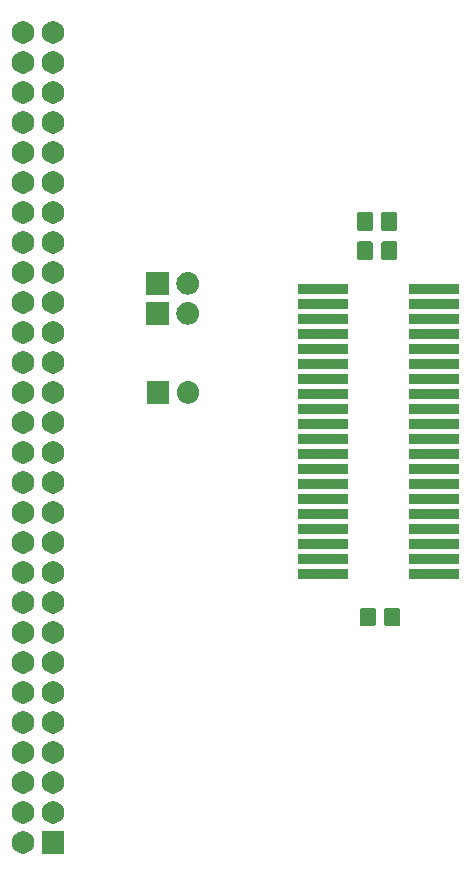
<source format=gbs>
G04 #@! TF.GenerationSoftware,KiCad,Pcbnew,5.0.1*
G04 #@! TF.CreationDate,2019-01-27T10:15:17+11:00*
G04 #@! TF.ProjectId,a501 dram based design,61353031206472616D20626173656420,1.0*
G04 #@! TF.SameCoordinates,Original*
G04 #@! TF.FileFunction,Soldermask,Bot*
G04 #@! TF.FilePolarity,Negative*
%FSLAX46Y46*%
G04 Gerber Fmt 4.6, Leading zero omitted, Abs format (unit mm)*
G04 Created by KiCad (PCBNEW 5.0.1) date Sun 27 Jan 2019 10:15:17 AEDT*
%MOMM*%
%LPD*%
G01*
G04 APERTURE LIST*
%ADD10C,0.100000*%
G04 APERTURE END LIST*
D10*
G36*
X150811600Y-126046600D02*
X148908400Y-126046600D01*
X148908400Y-124143400D01*
X150811600Y-124143400D01*
X150811600Y-126046600D01*
X150811600Y-126046600D01*
G37*
G36*
X147597571Y-124179969D02*
X147770754Y-124251704D01*
X147925905Y-124355374D01*
X147926609Y-124355844D01*
X148059156Y-124488391D01*
X148059158Y-124488394D01*
X148163296Y-124644246D01*
X148235031Y-124817429D01*
X148271600Y-125001276D01*
X148271600Y-125188724D01*
X148235031Y-125372571D01*
X148163296Y-125545754D01*
X148059626Y-125700905D01*
X148059156Y-125701609D01*
X147926609Y-125834156D01*
X147926606Y-125834158D01*
X147770754Y-125938296D01*
X147597571Y-126010031D01*
X147413724Y-126046600D01*
X147226276Y-126046600D01*
X147042429Y-126010031D01*
X146869246Y-125938296D01*
X146713394Y-125834158D01*
X146713391Y-125834156D01*
X146580844Y-125701609D01*
X146580374Y-125700905D01*
X146476704Y-125545754D01*
X146404969Y-125372571D01*
X146368400Y-125188724D01*
X146368400Y-125001276D01*
X146404969Y-124817429D01*
X146476704Y-124644246D01*
X146580842Y-124488394D01*
X146580844Y-124488391D01*
X146713391Y-124355844D01*
X146714095Y-124355374D01*
X146869246Y-124251704D01*
X147042429Y-124179969D01*
X147226276Y-124143400D01*
X147413724Y-124143400D01*
X147597571Y-124179969D01*
X147597571Y-124179969D01*
G37*
G36*
X150137571Y-121639969D02*
X150310754Y-121711704D01*
X150465905Y-121815374D01*
X150466609Y-121815844D01*
X150599156Y-121948391D01*
X150599158Y-121948394D01*
X150703296Y-122104246D01*
X150775031Y-122277429D01*
X150811600Y-122461276D01*
X150811600Y-122648724D01*
X150775031Y-122832571D01*
X150703296Y-123005754D01*
X150599626Y-123160905D01*
X150599156Y-123161609D01*
X150466609Y-123294156D01*
X150466606Y-123294158D01*
X150310754Y-123398296D01*
X150137571Y-123470031D01*
X149953724Y-123506600D01*
X149766276Y-123506600D01*
X149582429Y-123470031D01*
X149409246Y-123398296D01*
X149253394Y-123294158D01*
X149253391Y-123294156D01*
X149120844Y-123161609D01*
X149120374Y-123160905D01*
X149016704Y-123005754D01*
X148944969Y-122832571D01*
X148908400Y-122648724D01*
X148908400Y-122461276D01*
X148944969Y-122277429D01*
X149016704Y-122104246D01*
X149120842Y-121948394D01*
X149120844Y-121948391D01*
X149253391Y-121815844D01*
X149254095Y-121815374D01*
X149409246Y-121711704D01*
X149582429Y-121639969D01*
X149766276Y-121603400D01*
X149953724Y-121603400D01*
X150137571Y-121639969D01*
X150137571Y-121639969D01*
G37*
G36*
X147597571Y-121639969D02*
X147770754Y-121711704D01*
X147925905Y-121815374D01*
X147926609Y-121815844D01*
X148059156Y-121948391D01*
X148059158Y-121948394D01*
X148163296Y-122104246D01*
X148235031Y-122277429D01*
X148271600Y-122461276D01*
X148271600Y-122648724D01*
X148235031Y-122832571D01*
X148163296Y-123005754D01*
X148059626Y-123160905D01*
X148059156Y-123161609D01*
X147926609Y-123294156D01*
X147926606Y-123294158D01*
X147770754Y-123398296D01*
X147597571Y-123470031D01*
X147413724Y-123506600D01*
X147226276Y-123506600D01*
X147042429Y-123470031D01*
X146869246Y-123398296D01*
X146713394Y-123294158D01*
X146713391Y-123294156D01*
X146580844Y-123161609D01*
X146580374Y-123160905D01*
X146476704Y-123005754D01*
X146404969Y-122832571D01*
X146368400Y-122648724D01*
X146368400Y-122461276D01*
X146404969Y-122277429D01*
X146476704Y-122104246D01*
X146580842Y-121948394D01*
X146580844Y-121948391D01*
X146713391Y-121815844D01*
X146714095Y-121815374D01*
X146869246Y-121711704D01*
X147042429Y-121639969D01*
X147226276Y-121603400D01*
X147413724Y-121603400D01*
X147597571Y-121639969D01*
X147597571Y-121639969D01*
G37*
G36*
X150137571Y-119099969D02*
X150310754Y-119171704D01*
X150465905Y-119275374D01*
X150466609Y-119275844D01*
X150599156Y-119408391D01*
X150599158Y-119408394D01*
X150703296Y-119564246D01*
X150775031Y-119737429D01*
X150811600Y-119921276D01*
X150811600Y-120108724D01*
X150775031Y-120292571D01*
X150703296Y-120465754D01*
X150599626Y-120620905D01*
X150599156Y-120621609D01*
X150466609Y-120754156D01*
X150466606Y-120754158D01*
X150310754Y-120858296D01*
X150137571Y-120930031D01*
X149953724Y-120966600D01*
X149766276Y-120966600D01*
X149582429Y-120930031D01*
X149409246Y-120858296D01*
X149253394Y-120754158D01*
X149253391Y-120754156D01*
X149120844Y-120621609D01*
X149120374Y-120620905D01*
X149016704Y-120465754D01*
X148944969Y-120292571D01*
X148908400Y-120108724D01*
X148908400Y-119921276D01*
X148944969Y-119737429D01*
X149016704Y-119564246D01*
X149120842Y-119408394D01*
X149120844Y-119408391D01*
X149253391Y-119275844D01*
X149254095Y-119275374D01*
X149409246Y-119171704D01*
X149582429Y-119099969D01*
X149766276Y-119063400D01*
X149953724Y-119063400D01*
X150137571Y-119099969D01*
X150137571Y-119099969D01*
G37*
G36*
X147597571Y-119099969D02*
X147770754Y-119171704D01*
X147925905Y-119275374D01*
X147926609Y-119275844D01*
X148059156Y-119408391D01*
X148059158Y-119408394D01*
X148163296Y-119564246D01*
X148235031Y-119737429D01*
X148271600Y-119921276D01*
X148271600Y-120108724D01*
X148235031Y-120292571D01*
X148163296Y-120465754D01*
X148059626Y-120620905D01*
X148059156Y-120621609D01*
X147926609Y-120754156D01*
X147926606Y-120754158D01*
X147770754Y-120858296D01*
X147597571Y-120930031D01*
X147413724Y-120966600D01*
X147226276Y-120966600D01*
X147042429Y-120930031D01*
X146869246Y-120858296D01*
X146713394Y-120754158D01*
X146713391Y-120754156D01*
X146580844Y-120621609D01*
X146580374Y-120620905D01*
X146476704Y-120465754D01*
X146404969Y-120292571D01*
X146368400Y-120108724D01*
X146368400Y-119921276D01*
X146404969Y-119737429D01*
X146476704Y-119564246D01*
X146580842Y-119408394D01*
X146580844Y-119408391D01*
X146713391Y-119275844D01*
X146714095Y-119275374D01*
X146869246Y-119171704D01*
X147042429Y-119099969D01*
X147226276Y-119063400D01*
X147413724Y-119063400D01*
X147597571Y-119099969D01*
X147597571Y-119099969D01*
G37*
G36*
X150137571Y-116559969D02*
X150310754Y-116631704D01*
X150465905Y-116735374D01*
X150466609Y-116735844D01*
X150599156Y-116868391D01*
X150599158Y-116868394D01*
X150703296Y-117024246D01*
X150775031Y-117197429D01*
X150811600Y-117381276D01*
X150811600Y-117568724D01*
X150775031Y-117752571D01*
X150703296Y-117925754D01*
X150599626Y-118080905D01*
X150599156Y-118081609D01*
X150466609Y-118214156D01*
X150466606Y-118214158D01*
X150310754Y-118318296D01*
X150137571Y-118390031D01*
X149953724Y-118426600D01*
X149766276Y-118426600D01*
X149582429Y-118390031D01*
X149409246Y-118318296D01*
X149253394Y-118214158D01*
X149253391Y-118214156D01*
X149120844Y-118081609D01*
X149120374Y-118080905D01*
X149016704Y-117925754D01*
X148944969Y-117752571D01*
X148908400Y-117568724D01*
X148908400Y-117381276D01*
X148944969Y-117197429D01*
X149016704Y-117024246D01*
X149120842Y-116868394D01*
X149120844Y-116868391D01*
X149253391Y-116735844D01*
X149254095Y-116735374D01*
X149409246Y-116631704D01*
X149582429Y-116559969D01*
X149766276Y-116523400D01*
X149953724Y-116523400D01*
X150137571Y-116559969D01*
X150137571Y-116559969D01*
G37*
G36*
X147597571Y-116559969D02*
X147770754Y-116631704D01*
X147925905Y-116735374D01*
X147926609Y-116735844D01*
X148059156Y-116868391D01*
X148059158Y-116868394D01*
X148163296Y-117024246D01*
X148235031Y-117197429D01*
X148271600Y-117381276D01*
X148271600Y-117568724D01*
X148235031Y-117752571D01*
X148163296Y-117925754D01*
X148059626Y-118080905D01*
X148059156Y-118081609D01*
X147926609Y-118214156D01*
X147926606Y-118214158D01*
X147770754Y-118318296D01*
X147597571Y-118390031D01*
X147413724Y-118426600D01*
X147226276Y-118426600D01*
X147042429Y-118390031D01*
X146869246Y-118318296D01*
X146713394Y-118214158D01*
X146713391Y-118214156D01*
X146580844Y-118081609D01*
X146580374Y-118080905D01*
X146476704Y-117925754D01*
X146404969Y-117752571D01*
X146368400Y-117568724D01*
X146368400Y-117381276D01*
X146404969Y-117197429D01*
X146476704Y-117024246D01*
X146580842Y-116868394D01*
X146580844Y-116868391D01*
X146713391Y-116735844D01*
X146714095Y-116735374D01*
X146869246Y-116631704D01*
X147042429Y-116559969D01*
X147226276Y-116523400D01*
X147413724Y-116523400D01*
X147597571Y-116559969D01*
X147597571Y-116559969D01*
G37*
G36*
X147597571Y-114019969D02*
X147770754Y-114091704D01*
X147925905Y-114195374D01*
X147926609Y-114195844D01*
X148059156Y-114328391D01*
X148059158Y-114328394D01*
X148163296Y-114484246D01*
X148235031Y-114657429D01*
X148271600Y-114841276D01*
X148271600Y-115028724D01*
X148235031Y-115212571D01*
X148163296Y-115385754D01*
X148059626Y-115540905D01*
X148059156Y-115541609D01*
X147926609Y-115674156D01*
X147926606Y-115674158D01*
X147770754Y-115778296D01*
X147597571Y-115850031D01*
X147413724Y-115886600D01*
X147226276Y-115886600D01*
X147042429Y-115850031D01*
X146869246Y-115778296D01*
X146713394Y-115674158D01*
X146713391Y-115674156D01*
X146580844Y-115541609D01*
X146580374Y-115540905D01*
X146476704Y-115385754D01*
X146404969Y-115212571D01*
X146368400Y-115028724D01*
X146368400Y-114841276D01*
X146404969Y-114657429D01*
X146476704Y-114484246D01*
X146580842Y-114328394D01*
X146580844Y-114328391D01*
X146713391Y-114195844D01*
X146714095Y-114195374D01*
X146869246Y-114091704D01*
X147042429Y-114019969D01*
X147226276Y-113983400D01*
X147413724Y-113983400D01*
X147597571Y-114019969D01*
X147597571Y-114019969D01*
G37*
G36*
X150137571Y-114019969D02*
X150310754Y-114091704D01*
X150465905Y-114195374D01*
X150466609Y-114195844D01*
X150599156Y-114328391D01*
X150599158Y-114328394D01*
X150703296Y-114484246D01*
X150775031Y-114657429D01*
X150811600Y-114841276D01*
X150811600Y-115028724D01*
X150775031Y-115212571D01*
X150703296Y-115385754D01*
X150599626Y-115540905D01*
X150599156Y-115541609D01*
X150466609Y-115674156D01*
X150466606Y-115674158D01*
X150310754Y-115778296D01*
X150137571Y-115850031D01*
X149953724Y-115886600D01*
X149766276Y-115886600D01*
X149582429Y-115850031D01*
X149409246Y-115778296D01*
X149253394Y-115674158D01*
X149253391Y-115674156D01*
X149120844Y-115541609D01*
X149120374Y-115540905D01*
X149016704Y-115385754D01*
X148944969Y-115212571D01*
X148908400Y-115028724D01*
X148908400Y-114841276D01*
X148944969Y-114657429D01*
X149016704Y-114484246D01*
X149120842Y-114328394D01*
X149120844Y-114328391D01*
X149253391Y-114195844D01*
X149254095Y-114195374D01*
X149409246Y-114091704D01*
X149582429Y-114019969D01*
X149766276Y-113983400D01*
X149953724Y-113983400D01*
X150137571Y-114019969D01*
X150137571Y-114019969D01*
G37*
G36*
X147597571Y-111479969D02*
X147770754Y-111551704D01*
X147925905Y-111655374D01*
X147926609Y-111655844D01*
X148059156Y-111788391D01*
X148059158Y-111788394D01*
X148163296Y-111944246D01*
X148235031Y-112117429D01*
X148271600Y-112301276D01*
X148271600Y-112488724D01*
X148235031Y-112672571D01*
X148163296Y-112845754D01*
X148059626Y-113000905D01*
X148059156Y-113001609D01*
X147926609Y-113134156D01*
X147926606Y-113134158D01*
X147770754Y-113238296D01*
X147597571Y-113310031D01*
X147413724Y-113346600D01*
X147226276Y-113346600D01*
X147042429Y-113310031D01*
X146869246Y-113238296D01*
X146713394Y-113134158D01*
X146713391Y-113134156D01*
X146580844Y-113001609D01*
X146580374Y-113000905D01*
X146476704Y-112845754D01*
X146404969Y-112672571D01*
X146368400Y-112488724D01*
X146368400Y-112301276D01*
X146404969Y-112117429D01*
X146476704Y-111944246D01*
X146580842Y-111788394D01*
X146580844Y-111788391D01*
X146713391Y-111655844D01*
X146714095Y-111655374D01*
X146869246Y-111551704D01*
X147042429Y-111479969D01*
X147226276Y-111443400D01*
X147413724Y-111443400D01*
X147597571Y-111479969D01*
X147597571Y-111479969D01*
G37*
G36*
X150137571Y-111479969D02*
X150310754Y-111551704D01*
X150465905Y-111655374D01*
X150466609Y-111655844D01*
X150599156Y-111788391D01*
X150599158Y-111788394D01*
X150703296Y-111944246D01*
X150775031Y-112117429D01*
X150811600Y-112301276D01*
X150811600Y-112488724D01*
X150775031Y-112672571D01*
X150703296Y-112845754D01*
X150599626Y-113000905D01*
X150599156Y-113001609D01*
X150466609Y-113134156D01*
X150466606Y-113134158D01*
X150310754Y-113238296D01*
X150137571Y-113310031D01*
X149953724Y-113346600D01*
X149766276Y-113346600D01*
X149582429Y-113310031D01*
X149409246Y-113238296D01*
X149253394Y-113134158D01*
X149253391Y-113134156D01*
X149120844Y-113001609D01*
X149120374Y-113000905D01*
X149016704Y-112845754D01*
X148944969Y-112672571D01*
X148908400Y-112488724D01*
X148908400Y-112301276D01*
X148944969Y-112117429D01*
X149016704Y-111944246D01*
X149120842Y-111788394D01*
X149120844Y-111788391D01*
X149253391Y-111655844D01*
X149254095Y-111655374D01*
X149409246Y-111551704D01*
X149582429Y-111479969D01*
X149766276Y-111443400D01*
X149953724Y-111443400D01*
X150137571Y-111479969D01*
X150137571Y-111479969D01*
G37*
G36*
X150137571Y-108939969D02*
X150310754Y-109011704D01*
X150465905Y-109115374D01*
X150466609Y-109115844D01*
X150599156Y-109248391D01*
X150599158Y-109248394D01*
X150703296Y-109404246D01*
X150775031Y-109577429D01*
X150811600Y-109761276D01*
X150811600Y-109948724D01*
X150775031Y-110132571D01*
X150703296Y-110305754D01*
X150599626Y-110460905D01*
X150599156Y-110461609D01*
X150466609Y-110594156D01*
X150466606Y-110594158D01*
X150310754Y-110698296D01*
X150137571Y-110770031D01*
X149953724Y-110806600D01*
X149766276Y-110806600D01*
X149582429Y-110770031D01*
X149409246Y-110698296D01*
X149253394Y-110594158D01*
X149253391Y-110594156D01*
X149120844Y-110461609D01*
X149120374Y-110460905D01*
X149016704Y-110305754D01*
X148944969Y-110132571D01*
X148908400Y-109948724D01*
X148908400Y-109761276D01*
X148944969Y-109577429D01*
X149016704Y-109404246D01*
X149120842Y-109248394D01*
X149120844Y-109248391D01*
X149253391Y-109115844D01*
X149254095Y-109115374D01*
X149409246Y-109011704D01*
X149582429Y-108939969D01*
X149766276Y-108903400D01*
X149953724Y-108903400D01*
X150137571Y-108939969D01*
X150137571Y-108939969D01*
G37*
G36*
X147597571Y-108939969D02*
X147770754Y-109011704D01*
X147925905Y-109115374D01*
X147926609Y-109115844D01*
X148059156Y-109248391D01*
X148059158Y-109248394D01*
X148163296Y-109404246D01*
X148235031Y-109577429D01*
X148271600Y-109761276D01*
X148271600Y-109948724D01*
X148235031Y-110132571D01*
X148163296Y-110305754D01*
X148059626Y-110460905D01*
X148059156Y-110461609D01*
X147926609Y-110594156D01*
X147926606Y-110594158D01*
X147770754Y-110698296D01*
X147597571Y-110770031D01*
X147413724Y-110806600D01*
X147226276Y-110806600D01*
X147042429Y-110770031D01*
X146869246Y-110698296D01*
X146713394Y-110594158D01*
X146713391Y-110594156D01*
X146580844Y-110461609D01*
X146580374Y-110460905D01*
X146476704Y-110305754D01*
X146404969Y-110132571D01*
X146368400Y-109948724D01*
X146368400Y-109761276D01*
X146404969Y-109577429D01*
X146476704Y-109404246D01*
X146580842Y-109248394D01*
X146580844Y-109248391D01*
X146713391Y-109115844D01*
X146714095Y-109115374D01*
X146869246Y-109011704D01*
X147042429Y-108939969D01*
X147226276Y-108903400D01*
X147413724Y-108903400D01*
X147597571Y-108939969D01*
X147597571Y-108939969D01*
G37*
G36*
X150137571Y-106399969D02*
X150310754Y-106471704D01*
X150465905Y-106575374D01*
X150466609Y-106575844D01*
X150599156Y-106708391D01*
X150599158Y-106708394D01*
X150703296Y-106864246D01*
X150775031Y-107037429D01*
X150811600Y-107221276D01*
X150811600Y-107408724D01*
X150775031Y-107592571D01*
X150703296Y-107765754D01*
X150599626Y-107920905D01*
X150599156Y-107921609D01*
X150466609Y-108054156D01*
X150466606Y-108054158D01*
X150310754Y-108158296D01*
X150137571Y-108230031D01*
X149953724Y-108266600D01*
X149766276Y-108266600D01*
X149582429Y-108230031D01*
X149409246Y-108158296D01*
X149253394Y-108054158D01*
X149253391Y-108054156D01*
X149120844Y-107921609D01*
X149120374Y-107920905D01*
X149016704Y-107765754D01*
X148944969Y-107592571D01*
X148908400Y-107408724D01*
X148908400Y-107221276D01*
X148944969Y-107037429D01*
X149016704Y-106864246D01*
X149120842Y-106708394D01*
X149120844Y-106708391D01*
X149253391Y-106575844D01*
X149254095Y-106575374D01*
X149409246Y-106471704D01*
X149582429Y-106399969D01*
X149766276Y-106363400D01*
X149953724Y-106363400D01*
X150137571Y-106399969D01*
X150137571Y-106399969D01*
G37*
G36*
X147597571Y-106399969D02*
X147770754Y-106471704D01*
X147925905Y-106575374D01*
X147926609Y-106575844D01*
X148059156Y-106708391D01*
X148059158Y-106708394D01*
X148163296Y-106864246D01*
X148235031Y-107037429D01*
X148271600Y-107221276D01*
X148271600Y-107408724D01*
X148235031Y-107592571D01*
X148163296Y-107765754D01*
X148059626Y-107920905D01*
X148059156Y-107921609D01*
X147926609Y-108054156D01*
X147926606Y-108054158D01*
X147770754Y-108158296D01*
X147597571Y-108230031D01*
X147413724Y-108266600D01*
X147226276Y-108266600D01*
X147042429Y-108230031D01*
X146869246Y-108158296D01*
X146713394Y-108054158D01*
X146713391Y-108054156D01*
X146580844Y-107921609D01*
X146580374Y-107920905D01*
X146476704Y-107765754D01*
X146404969Y-107592571D01*
X146368400Y-107408724D01*
X146368400Y-107221276D01*
X146404969Y-107037429D01*
X146476704Y-106864246D01*
X146580842Y-106708394D01*
X146580844Y-106708391D01*
X146713391Y-106575844D01*
X146714095Y-106575374D01*
X146869246Y-106471704D01*
X147042429Y-106399969D01*
X147226276Y-106363400D01*
X147413724Y-106363400D01*
X147597571Y-106399969D01*
X147597571Y-106399969D01*
G37*
G36*
X179068479Y-105222876D02*
X179110080Y-105235496D01*
X179148422Y-105255991D01*
X179182029Y-105283571D01*
X179209609Y-105317178D01*
X179230104Y-105355520D01*
X179242724Y-105397121D01*
X179247600Y-105446633D01*
X179247600Y-106592567D01*
X179242724Y-106642079D01*
X179230104Y-106683680D01*
X179209609Y-106722022D01*
X179182029Y-106755629D01*
X179148422Y-106783209D01*
X179110080Y-106803704D01*
X179068479Y-106816324D01*
X179018967Y-106821200D01*
X178123033Y-106821200D01*
X178073521Y-106816324D01*
X178031920Y-106803704D01*
X177993578Y-106783209D01*
X177959971Y-106755629D01*
X177932391Y-106722022D01*
X177911896Y-106683680D01*
X177899276Y-106642079D01*
X177894400Y-106592567D01*
X177894400Y-105446633D01*
X177899276Y-105397121D01*
X177911896Y-105355520D01*
X177932391Y-105317178D01*
X177959971Y-105283571D01*
X177993578Y-105255991D01*
X178031920Y-105235496D01*
X178073521Y-105222876D01*
X178123033Y-105218000D01*
X179018967Y-105218000D01*
X179068479Y-105222876D01*
X179068479Y-105222876D01*
G37*
G36*
X177018479Y-105222876D02*
X177060080Y-105235496D01*
X177098422Y-105255991D01*
X177132029Y-105283571D01*
X177159609Y-105317178D01*
X177180104Y-105355520D01*
X177192724Y-105397121D01*
X177197600Y-105446633D01*
X177197600Y-106592567D01*
X177192724Y-106642079D01*
X177180104Y-106683680D01*
X177159609Y-106722022D01*
X177132029Y-106755629D01*
X177098422Y-106783209D01*
X177060080Y-106803704D01*
X177018479Y-106816324D01*
X176968967Y-106821200D01*
X176073033Y-106821200D01*
X176023521Y-106816324D01*
X175981920Y-106803704D01*
X175943578Y-106783209D01*
X175909971Y-106755629D01*
X175882391Y-106722022D01*
X175861896Y-106683680D01*
X175849276Y-106642079D01*
X175844400Y-106592567D01*
X175844400Y-105446633D01*
X175849276Y-105397121D01*
X175861896Y-105355520D01*
X175882391Y-105317178D01*
X175909971Y-105283571D01*
X175943578Y-105255991D01*
X175981920Y-105235496D01*
X176023521Y-105222876D01*
X176073033Y-105218000D01*
X176968967Y-105218000D01*
X177018479Y-105222876D01*
X177018479Y-105222876D01*
G37*
G36*
X147597571Y-103859969D02*
X147770754Y-103931704D01*
X147925905Y-104035374D01*
X147926609Y-104035844D01*
X148059156Y-104168391D01*
X148059158Y-104168394D01*
X148163296Y-104324246D01*
X148235031Y-104497429D01*
X148271600Y-104681276D01*
X148271600Y-104868724D01*
X148235031Y-105052571D01*
X148163296Y-105225754D01*
X148081119Y-105348739D01*
X148059156Y-105381609D01*
X147926609Y-105514156D01*
X147926606Y-105514158D01*
X147770754Y-105618296D01*
X147597571Y-105690031D01*
X147413724Y-105726600D01*
X147226276Y-105726600D01*
X147042429Y-105690031D01*
X146869246Y-105618296D01*
X146713394Y-105514158D01*
X146713391Y-105514156D01*
X146580844Y-105381609D01*
X146558881Y-105348739D01*
X146476704Y-105225754D01*
X146404969Y-105052571D01*
X146368400Y-104868724D01*
X146368400Y-104681276D01*
X146404969Y-104497429D01*
X146476704Y-104324246D01*
X146580842Y-104168394D01*
X146580844Y-104168391D01*
X146713391Y-104035844D01*
X146714095Y-104035374D01*
X146869246Y-103931704D01*
X147042429Y-103859969D01*
X147226276Y-103823400D01*
X147413724Y-103823400D01*
X147597571Y-103859969D01*
X147597571Y-103859969D01*
G37*
G36*
X150137571Y-103859969D02*
X150310754Y-103931704D01*
X150465905Y-104035374D01*
X150466609Y-104035844D01*
X150599156Y-104168391D01*
X150599158Y-104168394D01*
X150703296Y-104324246D01*
X150775031Y-104497429D01*
X150811600Y-104681276D01*
X150811600Y-104868724D01*
X150775031Y-105052571D01*
X150703296Y-105225754D01*
X150621119Y-105348739D01*
X150599156Y-105381609D01*
X150466609Y-105514156D01*
X150466606Y-105514158D01*
X150310754Y-105618296D01*
X150137571Y-105690031D01*
X149953724Y-105726600D01*
X149766276Y-105726600D01*
X149582429Y-105690031D01*
X149409246Y-105618296D01*
X149253394Y-105514158D01*
X149253391Y-105514156D01*
X149120844Y-105381609D01*
X149098881Y-105348739D01*
X149016704Y-105225754D01*
X148944969Y-105052571D01*
X148908400Y-104868724D01*
X148908400Y-104681276D01*
X148944969Y-104497429D01*
X149016704Y-104324246D01*
X149120842Y-104168394D01*
X149120844Y-104168391D01*
X149253391Y-104035844D01*
X149254095Y-104035374D01*
X149409246Y-103931704D01*
X149582429Y-103859969D01*
X149766276Y-103823400D01*
X149953724Y-103823400D01*
X150137571Y-103859969D01*
X150137571Y-103859969D01*
G37*
G36*
X147597571Y-101319969D02*
X147770754Y-101391704D01*
X147925905Y-101495374D01*
X147926609Y-101495844D01*
X148059156Y-101628391D01*
X148059158Y-101628394D01*
X148163296Y-101784246D01*
X148235031Y-101957429D01*
X148271600Y-102141276D01*
X148271600Y-102328724D01*
X148235031Y-102512571D01*
X148163296Y-102685754D01*
X148099587Y-102781100D01*
X148059156Y-102841609D01*
X147926609Y-102974156D01*
X147926606Y-102974158D01*
X147770754Y-103078296D01*
X147597571Y-103150031D01*
X147413724Y-103186600D01*
X147226276Y-103186600D01*
X147042429Y-103150031D01*
X146869246Y-103078296D01*
X146713394Y-102974158D01*
X146713391Y-102974156D01*
X146580844Y-102841609D01*
X146540413Y-102781100D01*
X146476704Y-102685754D01*
X146404969Y-102512571D01*
X146368400Y-102328724D01*
X146368400Y-102141276D01*
X146404969Y-101957429D01*
X146476704Y-101784246D01*
X146580842Y-101628394D01*
X146580844Y-101628391D01*
X146713391Y-101495844D01*
X146714095Y-101495374D01*
X146869246Y-101391704D01*
X147042429Y-101319969D01*
X147226276Y-101283400D01*
X147413724Y-101283400D01*
X147597571Y-101319969D01*
X147597571Y-101319969D01*
G37*
G36*
X150137571Y-101319969D02*
X150310754Y-101391704D01*
X150465905Y-101495374D01*
X150466609Y-101495844D01*
X150599156Y-101628391D01*
X150599158Y-101628394D01*
X150703296Y-101784246D01*
X150775031Y-101957429D01*
X150811600Y-102141276D01*
X150811600Y-102328724D01*
X150775031Y-102512571D01*
X150703296Y-102685754D01*
X150639587Y-102781100D01*
X150599156Y-102841609D01*
X150466609Y-102974156D01*
X150466606Y-102974158D01*
X150310754Y-103078296D01*
X150137571Y-103150031D01*
X149953724Y-103186600D01*
X149766276Y-103186600D01*
X149582429Y-103150031D01*
X149409246Y-103078296D01*
X149253394Y-102974158D01*
X149253391Y-102974156D01*
X149120844Y-102841609D01*
X149080413Y-102781100D01*
X149016704Y-102685754D01*
X148944969Y-102512571D01*
X148908400Y-102328724D01*
X148908400Y-102141276D01*
X148944969Y-101957429D01*
X149016704Y-101784246D01*
X149120842Y-101628394D01*
X149120844Y-101628391D01*
X149253391Y-101495844D01*
X149254095Y-101495374D01*
X149409246Y-101391704D01*
X149582429Y-101319969D01*
X149766276Y-101283400D01*
X149953724Y-101283400D01*
X150137571Y-101319969D01*
X150137571Y-101319969D01*
G37*
G36*
X184221600Y-102781100D02*
X180018400Y-102781100D01*
X180018400Y-101942900D01*
X184221600Y-101942900D01*
X184221600Y-102781100D01*
X184221600Y-102781100D01*
G37*
G36*
X174821600Y-102781100D02*
X170618400Y-102781100D01*
X170618400Y-101942900D01*
X174821600Y-101942900D01*
X174821600Y-102781100D01*
X174821600Y-102781100D01*
G37*
G36*
X184221600Y-101511100D02*
X180018400Y-101511100D01*
X180018400Y-100672900D01*
X184221600Y-100672900D01*
X184221600Y-101511100D01*
X184221600Y-101511100D01*
G37*
G36*
X174821600Y-101511100D02*
X170618400Y-101511100D01*
X170618400Y-100672900D01*
X174821600Y-100672900D01*
X174821600Y-101511100D01*
X174821600Y-101511100D01*
G37*
G36*
X147597571Y-98779969D02*
X147770754Y-98851704D01*
X147925905Y-98955374D01*
X147926609Y-98955844D01*
X148059156Y-99088391D01*
X148059158Y-99088394D01*
X148163296Y-99244246D01*
X148235031Y-99417429D01*
X148271600Y-99601276D01*
X148271600Y-99788724D01*
X148235031Y-99972571D01*
X148163296Y-100145754D01*
X148099587Y-100241100D01*
X148059156Y-100301609D01*
X147926609Y-100434156D01*
X147926606Y-100434158D01*
X147770754Y-100538296D01*
X147597571Y-100610031D01*
X147413724Y-100646600D01*
X147226276Y-100646600D01*
X147042429Y-100610031D01*
X146869246Y-100538296D01*
X146713394Y-100434158D01*
X146713391Y-100434156D01*
X146580844Y-100301609D01*
X146540413Y-100241100D01*
X146476704Y-100145754D01*
X146404969Y-99972571D01*
X146368400Y-99788724D01*
X146368400Y-99601276D01*
X146404969Y-99417429D01*
X146476704Y-99244246D01*
X146580842Y-99088394D01*
X146580844Y-99088391D01*
X146713391Y-98955844D01*
X146714095Y-98955374D01*
X146869246Y-98851704D01*
X147042429Y-98779969D01*
X147226276Y-98743400D01*
X147413724Y-98743400D01*
X147597571Y-98779969D01*
X147597571Y-98779969D01*
G37*
G36*
X150137571Y-98779969D02*
X150310754Y-98851704D01*
X150465905Y-98955374D01*
X150466609Y-98955844D01*
X150599156Y-99088391D01*
X150599158Y-99088394D01*
X150703296Y-99244246D01*
X150775031Y-99417429D01*
X150811600Y-99601276D01*
X150811600Y-99788724D01*
X150775031Y-99972571D01*
X150703296Y-100145754D01*
X150639587Y-100241100D01*
X150599156Y-100301609D01*
X150466609Y-100434156D01*
X150466606Y-100434158D01*
X150310754Y-100538296D01*
X150137571Y-100610031D01*
X149953724Y-100646600D01*
X149766276Y-100646600D01*
X149582429Y-100610031D01*
X149409246Y-100538296D01*
X149253394Y-100434158D01*
X149253391Y-100434156D01*
X149120844Y-100301609D01*
X149080413Y-100241100D01*
X149016704Y-100145754D01*
X148944969Y-99972571D01*
X148908400Y-99788724D01*
X148908400Y-99601276D01*
X148944969Y-99417429D01*
X149016704Y-99244246D01*
X149120842Y-99088394D01*
X149120844Y-99088391D01*
X149253391Y-98955844D01*
X149254095Y-98955374D01*
X149409246Y-98851704D01*
X149582429Y-98779969D01*
X149766276Y-98743400D01*
X149953724Y-98743400D01*
X150137571Y-98779969D01*
X150137571Y-98779969D01*
G37*
G36*
X174821600Y-100241100D02*
X170618400Y-100241100D01*
X170618400Y-99402900D01*
X174821600Y-99402900D01*
X174821600Y-100241100D01*
X174821600Y-100241100D01*
G37*
G36*
X184221600Y-100241100D02*
X180018400Y-100241100D01*
X180018400Y-99402900D01*
X184221600Y-99402900D01*
X184221600Y-100241100D01*
X184221600Y-100241100D01*
G37*
G36*
X174821600Y-98971100D02*
X170618400Y-98971100D01*
X170618400Y-98132900D01*
X174821600Y-98132900D01*
X174821600Y-98971100D01*
X174821600Y-98971100D01*
G37*
G36*
X184221600Y-98971100D02*
X180018400Y-98971100D01*
X180018400Y-98132900D01*
X184221600Y-98132900D01*
X184221600Y-98971100D01*
X184221600Y-98971100D01*
G37*
G36*
X147597571Y-96239969D02*
X147770754Y-96311704D01*
X147925905Y-96415374D01*
X147926609Y-96415844D01*
X148059156Y-96548391D01*
X148059158Y-96548394D01*
X148163296Y-96704246D01*
X148235031Y-96877429D01*
X148271600Y-97061276D01*
X148271600Y-97248724D01*
X148235031Y-97432571D01*
X148163296Y-97605754D01*
X148099587Y-97701100D01*
X148059156Y-97761609D01*
X147926609Y-97894156D01*
X147926606Y-97894158D01*
X147770754Y-97998296D01*
X147597571Y-98070031D01*
X147413724Y-98106600D01*
X147226276Y-98106600D01*
X147042429Y-98070031D01*
X146869246Y-97998296D01*
X146713394Y-97894158D01*
X146713391Y-97894156D01*
X146580844Y-97761609D01*
X146540413Y-97701100D01*
X146476704Y-97605754D01*
X146404969Y-97432571D01*
X146368400Y-97248724D01*
X146368400Y-97061276D01*
X146404969Y-96877429D01*
X146476704Y-96704246D01*
X146580842Y-96548394D01*
X146580844Y-96548391D01*
X146713391Y-96415844D01*
X146714095Y-96415374D01*
X146869246Y-96311704D01*
X147042429Y-96239969D01*
X147226276Y-96203400D01*
X147413724Y-96203400D01*
X147597571Y-96239969D01*
X147597571Y-96239969D01*
G37*
G36*
X150137571Y-96239969D02*
X150310754Y-96311704D01*
X150465905Y-96415374D01*
X150466609Y-96415844D01*
X150599156Y-96548391D01*
X150599158Y-96548394D01*
X150703296Y-96704246D01*
X150775031Y-96877429D01*
X150811600Y-97061276D01*
X150811600Y-97248724D01*
X150775031Y-97432571D01*
X150703296Y-97605754D01*
X150639587Y-97701100D01*
X150599156Y-97761609D01*
X150466609Y-97894156D01*
X150466606Y-97894158D01*
X150310754Y-97998296D01*
X150137571Y-98070031D01*
X149953724Y-98106600D01*
X149766276Y-98106600D01*
X149582429Y-98070031D01*
X149409246Y-97998296D01*
X149253394Y-97894158D01*
X149253391Y-97894156D01*
X149120844Y-97761609D01*
X149080413Y-97701100D01*
X149016704Y-97605754D01*
X148944969Y-97432571D01*
X148908400Y-97248724D01*
X148908400Y-97061276D01*
X148944969Y-96877429D01*
X149016704Y-96704246D01*
X149120842Y-96548394D01*
X149120844Y-96548391D01*
X149253391Y-96415844D01*
X149254095Y-96415374D01*
X149409246Y-96311704D01*
X149582429Y-96239969D01*
X149766276Y-96203400D01*
X149953724Y-96203400D01*
X150137571Y-96239969D01*
X150137571Y-96239969D01*
G37*
G36*
X184221600Y-97701100D02*
X180018400Y-97701100D01*
X180018400Y-96862900D01*
X184221600Y-96862900D01*
X184221600Y-97701100D01*
X184221600Y-97701100D01*
G37*
G36*
X174821600Y-97701100D02*
X170618400Y-97701100D01*
X170618400Y-96862900D01*
X174821600Y-96862900D01*
X174821600Y-97701100D01*
X174821600Y-97701100D01*
G37*
G36*
X184221600Y-96431100D02*
X180018400Y-96431100D01*
X180018400Y-95592900D01*
X184221600Y-95592900D01*
X184221600Y-96431100D01*
X184221600Y-96431100D01*
G37*
G36*
X174821600Y-96431100D02*
X170618400Y-96431100D01*
X170618400Y-95592900D01*
X174821600Y-95592900D01*
X174821600Y-96431100D01*
X174821600Y-96431100D01*
G37*
G36*
X147597571Y-93699969D02*
X147770754Y-93771704D01*
X147925905Y-93875374D01*
X147926609Y-93875844D01*
X148059156Y-94008391D01*
X148059158Y-94008394D01*
X148163296Y-94164246D01*
X148235031Y-94337429D01*
X148271600Y-94521276D01*
X148271600Y-94708724D01*
X148235031Y-94892571D01*
X148163296Y-95065754D01*
X148099587Y-95161100D01*
X148059156Y-95221609D01*
X147926609Y-95354156D01*
X147926606Y-95354158D01*
X147770754Y-95458296D01*
X147597571Y-95530031D01*
X147413724Y-95566600D01*
X147226276Y-95566600D01*
X147042429Y-95530031D01*
X146869246Y-95458296D01*
X146713394Y-95354158D01*
X146713391Y-95354156D01*
X146580844Y-95221609D01*
X146540413Y-95161100D01*
X146476704Y-95065754D01*
X146404969Y-94892571D01*
X146368400Y-94708724D01*
X146368400Y-94521276D01*
X146404969Y-94337429D01*
X146476704Y-94164246D01*
X146580842Y-94008394D01*
X146580844Y-94008391D01*
X146713391Y-93875844D01*
X146714095Y-93875374D01*
X146869246Y-93771704D01*
X147042429Y-93699969D01*
X147226276Y-93663400D01*
X147413724Y-93663400D01*
X147597571Y-93699969D01*
X147597571Y-93699969D01*
G37*
G36*
X150137571Y-93699969D02*
X150310754Y-93771704D01*
X150465905Y-93875374D01*
X150466609Y-93875844D01*
X150599156Y-94008391D01*
X150599158Y-94008394D01*
X150703296Y-94164246D01*
X150775031Y-94337429D01*
X150811600Y-94521276D01*
X150811600Y-94708724D01*
X150775031Y-94892571D01*
X150703296Y-95065754D01*
X150639587Y-95161100D01*
X150599156Y-95221609D01*
X150466609Y-95354156D01*
X150466606Y-95354158D01*
X150310754Y-95458296D01*
X150137571Y-95530031D01*
X149953724Y-95566600D01*
X149766276Y-95566600D01*
X149582429Y-95530031D01*
X149409246Y-95458296D01*
X149253394Y-95354158D01*
X149253391Y-95354156D01*
X149120844Y-95221609D01*
X149080413Y-95161100D01*
X149016704Y-95065754D01*
X148944969Y-94892571D01*
X148908400Y-94708724D01*
X148908400Y-94521276D01*
X148944969Y-94337429D01*
X149016704Y-94164246D01*
X149120842Y-94008394D01*
X149120844Y-94008391D01*
X149253391Y-93875844D01*
X149254095Y-93875374D01*
X149409246Y-93771704D01*
X149582429Y-93699969D01*
X149766276Y-93663400D01*
X149953724Y-93663400D01*
X150137571Y-93699969D01*
X150137571Y-93699969D01*
G37*
G36*
X184221600Y-95161100D02*
X180018400Y-95161100D01*
X180018400Y-94322900D01*
X184221600Y-94322900D01*
X184221600Y-95161100D01*
X184221600Y-95161100D01*
G37*
G36*
X174821600Y-95161100D02*
X170618400Y-95161100D01*
X170618400Y-94322900D01*
X174821600Y-94322900D01*
X174821600Y-95161100D01*
X174821600Y-95161100D01*
G37*
G36*
X184221600Y-93891100D02*
X180018400Y-93891100D01*
X180018400Y-93052900D01*
X184221600Y-93052900D01*
X184221600Y-93891100D01*
X184221600Y-93891100D01*
G37*
G36*
X174821600Y-93891100D02*
X170618400Y-93891100D01*
X170618400Y-93052900D01*
X174821600Y-93052900D01*
X174821600Y-93891100D01*
X174821600Y-93891100D01*
G37*
G36*
X147597571Y-91159969D02*
X147770754Y-91231704D01*
X147925905Y-91335374D01*
X147926609Y-91335844D01*
X148059156Y-91468391D01*
X148059158Y-91468394D01*
X148163296Y-91624246D01*
X148235031Y-91797429D01*
X148271600Y-91981276D01*
X148271600Y-92168724D01*
X148235031Y-92352571D01*
X148163296Y-92525754D01*
X148099587Y-92621100D01*
X148059156Y-92681609D01*
X147926609Y-92814156D01*
X147926606Y-92814158D01*
X147770754Y-92918296D01*
X147597571Y-92990031D01*
X147413724Y-93026600D01*
X147226276Y-93026600D01*
X147042429Y-92990031D01*
X146869246Y-92918296D01*
X146713394Y-92814158D01*
X146713391Y-92814156D01*
X146580844Y-92681609D01*
X146540413Y-92621100D01*
X146476704Y-92525754D01*
X146404969Y-92352571D01*
X146368400Y-92168724D01*
X146368400Y-91981276D01*
X146404969Y-91797429D01*
X146476704Y-91624246D01*
X146580842Y-91468394D01*
X146580844Y-91468391D01*
X146713391Y-91335844D01*
X146714095Y-91335374D01*
X146869246Y-91231704D01*
X147042429Y-91159969D01*
X147226276Y-91123400D01*
X147413724Y-91123400D01*
X147597571Y-91159969D01*
X147597571Y-91159969D01*
G37*
G36*
X150137571Y-91159969D02*
X150310754Y-91231704D01*
X150465905Y-91335374D01*
X150466609Y-91335844D01*
X150599156Y-91468391D01*
X150599158Y-91468394D01*
X150703296Y-91624246D01*
X150775031Y-91797429D01*
X150811600Y-91981276D01*
X150811600Y-92168724D01*
X150775031Y-92352571D01*
X150703296Y-92525754D01*
X150639587Y-92621100D01*
X150599156Y-92681609D01*
X150466609Y-92814156D01*
X150466606Y-92814158D01*
X150310754Y-92918296D01*
X150137571Y-92990031D01*
X149953724Y-93026600D01*
X149766276Y-93026600D01*
X149582429Y-92990031D01*
X149409246Y-92918296D01*
X149253394Y-92814158D01*
X149253391Y-92814156D01*
X149120844Y-92681609D01*
X149080413Y-92621100D01*
X149016704Y-92525754D01*
X148944969Y-92352571D01*
X148908400Y-92168724D01*
X148908400Y-91981276D01*
X148944969Y-91797429D01*
X149016704Y-91624246D01*
X149120842Y-91468394D01*
X149120844Y-91468391D01*
X149253391Y-91335844D01*
X149254095Y-91335374D01*
X149409246Y-91231704D01*
X149582429Y-91159969D01*
X149766276Y-91123400D01*
X149953724Y-91123400D01*
X150137571Y-91159969D01*
X150137571Y-91159969D01*
G37*
G36*
X184221600Y-92621100D02*
X180018400Y-92621100D01*
X180018400Y-91782900D01*
X184221600Y-91782900D01*
X184221600Y-92621100D01*
X184221600Y-92621100D01*
G37*
G36*
X174821600Y-92621100D02*
X170618400Y-92621100D01*
X170618400Y-91782900D01*
X174821600Y-91782900D01*
X174821600Y-92621100D01*
X174821600Y-92621100D01*
G37*
G36*
X174821600Y-91351100D02*
X170618400Y-91351100D01*
X170618400Y-90512900D01*
X174821600Y-90512900D01*
X174821600Y-91351100D01*
X174821600Y-91351100D01*
G37*
G36*
X184221600Y-91351100D02*
X180018400Y-91351100D01*
X180018400Y-90512900D01*
X184221600Y-90512900D01*
X184221600Y-91351100D01*
X184221600Y-91351100D01*
G37*
G36*
X150137571Y-88619969D02*
X150310754Y-88691704D01*
X150465905Y-88795374D01*
X150466609Y-88795844D01*
X150599156Y-88928391D01*
X150599158Y-88928394D01*
X150703296Y-89084246D01*
X150775031Y-89257429D01*
X150811600Y-89441276D01*
X150811600Y-89628724D01*
X150775031Y-89812571D01*
X150703296Y-89985754D01*
X150639587Y-90081100D01*
X150599156Y-90141609D01*
X150466609Y-90274156D01*
X150466606Y-90274158D01*
X150310754Y-90378296D01*
X150137571Y-90450031D01*
X149953724Y-90486600D01*
X149766276Y-90486600D01*
X149582429Y-90450031D01*
X149409246Y-90378296D01*
X149253394Y-90274158D01*
X149253391Y-90274156D01*
X149120844Y-90141609D01*
X149080413Y-90081100D01*
X149016704Y-89985754D01*
X148944969Y-89812571D01*
X148908400Y-89628724D01*
X148908400Y-89441276D01*
X148944969Y-89257429D01*
X149016704Y-89084246D01*
X149120842Y-88928394D01*
X149120844Y-88928391D01*
X149253391Y-88795844D01*
X149254095Y-88795374D01*
X149409246Y-88691704D01*
X149582429Y-88619969D01*
X149766276Y-88583400D01*
X149953724Y-88583400D01*
X150137571Y-88619969D01*
X150137571Y-88619969D01*
G37*
G36*
X147597571Y-88619969D02*
X147770754Y-88691704D01*
X147925905Y-88795374D01*
X147926609Y-88795844D01*
X148059156Y-88928391D01*
X148059158Y-88928394D01*
X148163296Y-89084246D01*
X148235031Y-89257429D01*
X148271600Y-89441276D01*
X148271600Y-89628724D01*
X148235031Y-89812571D01*
X148163296Y-89985754D01*
X148099587Y-90081100D01*
X148059156Y-90141609D01*
X147926609Y-90274156D01*
X147926606Y-90274158D01*
X147770754Y-90378296D01*
X147597571Y-90450031D01*
X147413724Y-90486600D01*
X147226276Y-90486600D01*
X147042429Y-90450031D01*
X146869246Y-90378296D01*
X146713394Y-90274158D01*
X146713391Y-90274156D01*
X146580844Y-90141609D01*
X146540413Y-90081100D01*
X146476704Y-89985754D01*
X146404969Y-89812571D01*
X146368400Y-89628724D01*
X146368400Y-89441276D01*
X146404969Y-89257429D01*
X146476704Y-89084246D01*
X146580842Y-88928394D01*
X146580844Y-88928391D01*
X146713391Y-88795844D01*
X146714095Y-88795374D01*
X146869246Y-88691704D01*
X147042429Y-88619969D01*
X147226276Y-88583400D01*
X147413724Y-88583400D01*
X147597571Y-88619969D01*
X147597571Y-88619969D01*
G37*
G36*
X184221600Y-90081100D02*
X180018400Y-90081100D01*
X180018400Y-89242900D01*
X184221600Y-89242900D01*
X184221600Y-90081100D01*
X184221600Y-90081100D01*
G37*
G36*
X174821600Y-90081100D02*
X170618400Y-90081100D01*
X170618400Y-89242900D01*
X174821600Y-89242900D01*
X174821600Y-90081100D01*
X174821600Y-90081100D01*
G37*
G36*
X184221600Y-88811100D02*
X180018400Y-88811100D01*
X180018400Y-87972900D01*
X184221600Y-87972900D01*
X184221600Y-88811100D01*
X184221600Y-88811100D01*
G37*
G36*
X174821600Y-88811100D02*
X170618400Y-88811100D01*
X170618400Y-87972900D01*
X174821600Y-87972900D01*
X174821600Y-88811100D01*
X174821600Y-88811100D01*
G37*
G36*
X159701600Y-87951600D02*
X157798400Y-87951600D01*
X157798400Y-86048400D01*
X159701600Y-86048400D01*
X159701600Y-87951600D01*
X159701600Y-87951600D01*
G37*
G36*
X161476546Y-86062169D02*
X161655923Y-86116583D01*
X161821238Y-86204945D01*
X161966138Y-86323862D01*
X162085055Y-86468762D01*
X162173417Y-86634077D01*
X162227831Y-86813454D01*
X162246204Y-87000000D01*
X162227831Y-87186546D01*
X162173417Y-87365923D01*
X162085055Y-87531238D01*
X161966138Y-87676138D01*
X161821238Y-87795055D01*
X161655923Y-87883417D01*
X161568189Y-87910031D01*
X161476546Y-87937831D01*
X161336746Y-87951600D01*
X161243254Y-87951600D01*
X161103454Y-87937831D01*
X161011811Y-87910031D01*
X160924077Y-87883417D01*
X160758762Y-87795055D01*
X160613862Y-87676138D01*
X160494945Y-87531238D01*
X160406583Y-87365923D01*
X160352169Y-87186546D01*
X160333796Y-87000000D01*
X160352169Y-86813454D01*
X160406583Y-86634077D01*
X160494945Y-86468762D01*
X160613862Y-86323862D01*
X160758762Y-86204945D01*
X160924077Y-86116583D01*
X161103454Y-86062169D01*
X161243254Y-86048400D01*
X161336746Y-86048400D01*
X161476546Y-86062169D01*
X161476546Y-86062169D01*
G37*
G36*
X150137571Y-86079969D02*
X150310754Y-86151704D01*
X150465905Y-86255374D01*
X150466609Y-86255844D01*
X150599156Y-86388391D01*
X150599158Y-86388394D01*
X150703296Y-86544246D01*
X150775031Y-86717429D01*
X150811600Y-86901276D01*
X150811600Y-87088724D01*
X150775031Y-87272571D01*
X150703296Y-87445754D01*
X150646176Y-87531239D01*
X150599156Y-87601609D01*
X150466609Y-87734156D01*
X150466606Y-87734158D01*
X150310754Y-87838296D01*
X150137571Y-87910031D01*
X149953724Y-87946600D01*
X149766276Y-87946600D01*
X149582429Y-87910031D01*
X149409246Y-87838296D01*
X149253394Y-87734158D01*
X149253391Y-87734156D01*
X149120844Y-87601609D01*
X149073824Y-87531239D01*
X149016704Y-87445754D01*
X148944969Y-87272571D01*
X148908400Y-87088724D01*
X148908400Y-86901276D01*
X148944969Y-86717429D01*
X149016704Y-86544246D01*
X149120842Y-86388394D01*
X149120844Y-86388391D01*
X149253391Y-86255844D01*
X149254095Y-86255374D01*
X149409246Y-86151704D01*
X149582429Y-86079969D01*
X149766276Y-86043400D01*
X149953724Y-86043400D01*
X150137571Y-86079969D01*
X150137571Y-86079969D01*
G37*
G36*
X147597571Y-86079969D02*
X147770754Y-86151704D01*
X147925905Y-86255374D01*
X147926609Y-86255844D01*
X148059156Y-86388391D01*
X148059158Y-86388394D01*
X148163296Y-86544246D01*
X148235031Y-86717429D01*
X148271600Y-86901276D01*
X148271600Y-87088724D01*
X148235031Y-87272571D01*
X148163296Y-87445754D01*
X148106176Y-87531239D01*
X148059156Y-87601609D01*
X147926609Y-87734156D01*
X147926606Y-87734158D01*
X147770754Y-87838296D01*
X147597571Y-87910031D01*
X147413724Y-87946600D01*
X147226276Y-87946600D01*
X147042429Y-87910031D01*
X146869246Y-87838296D01*
X146713394Y-87734158D01*
X146713391Y-87734156D01*
X146580844Y-87601609D01*
X146533824Y-87531239D01*
X146476704Y-87445754D01*
X146404969Y-87272571D01*
X146368400Y-87088724D01*
X146368400Y-86901276D01*
X146404969Y-86717429D01*
X146476704Y-86544246D01*
X146580842Y-86388394D01*
X146580844Y-86388391D01*
X146713391Y-86255844D01*
X146714095Y-86255374D01*
X146869246Y-86151704D01*
X147042429Y-86079969D01*
X147226276Y-86043400D01*
X147413724Y-86043400D01*
X147597571Y-86079969D01*
X147597571Y-86079969D01*
G37*
G36*
X174821600Y-87541100D02*
X170618400Y-87541100D01*
X170618400Y-86702900D01*
X174821600Y-86702900D01*
X174821600Y-87541100D01*
X174821600Y-87541100D01*
G37*
G36*
X184221600Y-87541100D02*
X180018400Y-87541100D01*
X180018400Y-86702900D01*
X184221600Y-86702900D01*
X184221600Y-87541100D01*
X184221600Y-87541100D01*
G37*
G36*
X174821600Y-86271100D02*
X170618400Y-86271100D01*
X170618400Y-85432900D01*
X174821600Y-85432900D01*
X174821600Y-86271100D01*
X174821600Y-86271100D01*
G37*
G36*
X184221600Y-86271100D02*
X180018400Y-86271100D01*
X180018400Y-85432900D01*
X184221600Y-85432900D01*
X184221600Y-86271100D01*
X184221600Y-86271100D01*
G37*
G36*
X150137571Y-83539969D02*
X150310754Y-83611704D01*
X150465905Y-83715374D01*
X150466609Y-83715844D01*
X150599156Y-83848391D01*
X150599158Y-83848394D01*
X150703296Y-84004246D01*
X150775031Y-84177429D01*
X150811600Y-84361276D01*
X150811600Y-84548724D01*
X150775031Y-84732571D01*
X150703296Y-84905754D01*
X150639587Y-85001100D01*
X150599156Y-85061609D01*
X150466609Y-85194156D01*
X150466606Y-85194158D01*
X150310754Y-85298296D01*
X150137571Y-85370031D01*
X149953724Y-85406600D01*
X149766276Y-85406600D01*
X149582429Y-85370031D01*
X149409246Y-85298296D01*
X149253394Y-85194158D01*
X149253391Y-85194156D01*
X149120844Y-85061609D01*
X149080413Y-85001100D01*
X149016704Y-84905754D01*
X148944969Y-84732571D01*
X148908400Y-84548724D01*
X148908400Y-84361276D01*
X148944969Y-84177429D01*
X149016704Y-84004246D01*
X149120842Y-83848394D01*
X149120844Y-83848391D01*
X149253391Y-83715844D01*
X149254095Y-83715374D01*
X149409246Y-83611704D01*
X149582429Y-83539969D01*
X149766276Y-83503400D01*
X149953724Y-83503400D01*
X150137571Y-83539969D01*
X150137571Y-83539969D01*
G37*
G36*
X147597571Y-83539969D02*
X147770754Y-83611704D01*
X147925905Y-83715374D01*
X147926609Y-83715844D01*
X148059156Y-83848391D01*
X148059158Y-83848394D01*
X148163296Y-84004246D01*
X148235031Y-84177429D01*
X148271600Y-84361276D01*
X148271600Y-84548724D01*
X148235031Y-84732571D01*
X148163296Y-84905754D01*
X148099587Y-85001100D01*
X148059156Y-85061609D01*
X147926609Y-85194156D01*
X147926606Y-85194158D01*
X147770754Y-85298296D01*
X147597571Y-85370031D01*
X147413724Y-85406600D01*
X147226276Y-85406600D01*
X147042429Y-85370031D01*
X146869246Y-85298296D01*
X146713394Y-85194158D01*
X146713391Y-85194156D01*
X146580844Y-85061609D01*
X146540413Y-85001100D01*
X146476704Y-84905754D01*
X146404969Y-84732571D01*
X146368400Y-84548724D01*
X146368400Y-84361276D01*
X146404969Y-84177429D01*
X146476704Y-84004246D01*
X146580842Y-83848394D01*
X146580844Y-83848391D01*
X146713391Y-83715844D01*
X146714095Y-83715374D01*
X146869246Y-83611704D01*
X147042429Y-83539969D01*
X147226276Y-83503400D01*
X147413724Y-83503400D01*
X147597571Y-83539969D01*
X147597571Y-83539969D01*
G37*
G36*
X174821600Y-85001100D02*
X170618400Y-85001100D01*
X170618400Y-84162900D01*
X174821600Y-84162900D01*
X174821600Y-85001100D01*
X174821600Y-85001100D01*
G37*
G36*
X184221600Y-85001100D02*
X180018400Y-85001100D01*
X180018400Y-84162900D01*
X184221600Y-84162900D01*
X184221600Y-85001100D01*
X184221600Y-85001100D01*
G37*
G36*
X184221600Y-83731100D02*
X180018400Y-83731100D01*
X180018400Y-82892900D01*
X184221600Y-82892900D01*
X184221600Y-83731100D01*
X184221600Y-83731100D01*
G37*
G36*
X174821600Y-83731100D02*
X170618400Y-83731100D01*
X170618400Y-82892900D01*
X174821600Y-82892900D01*
X174821600Y-83731100D01*
X174821600Y-83731100D01*
G37*
G36*
X150137571Y-80999969D02*
X150310754Y-81071704D01*
X150465905Y-81175374D01*
X150466609Y-81175844D01*
X150599156Y-81308391D01*
X150599158Y-81308394D01*
X150703296Y-81464246D01*
X150775031Y-81637429D01*
X150811600Y-81821276D01*
X150811600Y-82008724D01*
X150775031Y-82192571D01*
X150703296Y-82365754D01*
X150639587Y-82461100D01*
X150599156Y-82521609D01*
X150466609Y-82654156D01*
X150466606Y-82654158D01*
X150310754Y-82758296D01*
X150137571Y-82830031D01*
X149953724Y-82866600D01*
X149766276Y-82866600D01*
X149582429Y-82830031D01*
X149409246Y-82758296D01*
X149253394Y-82654158D01*
X149253391Y-82654156D01*
X149120844Y-82521609D01*
X149080413Y-82461100D01*
X149016704Y-82365754D01*
X148944969Y-82192571D01*
X148908400Y-82008724D01*
X148908400Y-81821276D01*
X148944969Y-81637429D01*
X149016704Y-81464246D01*
X149120842Y-81308394D01*
X149120844Y-81308391D01*
X149253391Y-81175844D01*
X149254095Y-81175374D01*
X149409246Y-81071704D01*
X149582429Y-80999969D01*
X149766276Y-80963400D01*
X149953724Y-80963400D01*
X150137571Y-80999969D01*
X150137571Y-80999969D01*
G37*
G36*
X147597571Y-80999969D02*
X147770754Y-81071704D01*
X147925905Y-81175374D01*
X147926609Y-81175844D01*
X148059156Y-81308391D01*
X148059158Y-81308394D01*
X148163296Y-81464246D01*
X148235031Y-81637429D01*
X148271600Y-81821276D01*
X148271600Y-82008724D01*
X148235031Y-82192571D01*
X148163296Y-82365754D01*
X148099587Y-82461100D01*
X148059156Y-82521609D01*
X147926609Y-82654156D01*
X147926606Y-82654158D01*
X147770754Y-82758296D01*
X147597571Y-82830031D01*
X147413724Y-82866600D01*
X147226276Y-82866600D01*
X147042429Y-82830031D01*
X146869246Y-82758296D01*
X146713394Y-82654158D01*
X146713391Y-82654156D01*
X146580844Y-82521609D01*
X146540413Y-82461100D01*
X146476704Y-82365754D01*
X146404969Y-82192571D01*
X146368400Y-82008724D01*
X146368400Y-81821276D01*
X146404969Y-81637429D01*
X146476704Y-81464246D01*
X146580842Y-81308394D01*
X146580844Y-81308391D01*
X146713391Y-81175844D01*
X146714095Y-81175374D01*
X146869246Y-81071704D01*
X147042429Y-80999969D01*
X147226276Y-80963400D01*
X147413724Y-80963400D01*
X147597571Y-80999969D01*
X147597571Y-80999969D01*
G37*
G36*
X184221600Y-82461100D02*
X180018400Y-82461100D01*
X180018400Y-81622900D01*
X184221600Y-81622900D01*
X184221600Y-82461100D01*
X184221600Y-82461100D01*
G37*
G36*
X174821600Y-82461100D02*
X170618400Y-82461100D01*
X170618400Y-81622900D01*
X174821600Y-81622900D01*
X174821600Y-82461100D01*
X174821600Y-82461100D01*
G37*
G36*
X161450546Y-79368169D02*
X161629923Y-79422583D01*
X161795238Y-79510945D01*
X161940138Y-79629862D01*
X162059055Y-79774762D01*
X162147417Y-79940077D01*
X162201831Y-80119454D01*
X162220204Y-80306000D01*
X162201831Y-80492546D01*
X162147417Y-80671923D01*
X162059055Y-80837238D01*
X161940138Y-80982138D01*
X161795238Y-81101055D01*
X161629923Y-81189417D01*
X161450546Y-81243831D01*
X161310746Y-81257600D01*
X161217254Y-81257600D01*
X161077454Y-81243831D01*
X160898077Y-81189417D01*
X160732762Y-81101055D01*
X160587862Y-80982138D01*
X160468945Y-80837238D01*
X160380583Y-80671923D01*
X160326169Y-80492546D01*
X160307796Y-80306000D01*
X160326169Y-80119454D01*
X160380583Y-79940077D01*
X160468945Y-79774762D01*
X160587862Y-79629862D01*
X160732762Y-79510945D01*
X160898077Y-79422583D01*
X161077454Y-79368169D01*
X161217254Y-79354400D01*
X161310746Y-79354400D01*
X161450546Y-79368169D01*
X161450546Y-79368169D01*
G37*
G36*
X159675600Y-81257600D02*
X157772400Y-81257600D01*
X157772400Y-79354400D01*
X159675600Y-79354400D01*
X159675600Y-81257600D01*
X159675600Y-81257600D01*
G37*
G36*
X174821600Y-81191100D02*
X170618400Y-81191100D01*
X170618400Y-80352900D01*
X174821600Y-80352900D01*
X174821600Y-81191100D01*
X174821600Y-81191100D01*
G37*
G36*
X184221600Y-81191100D02*
X180018400Y-81191100D01*
X180018400Y-80352900D01*
X184221600Y-80352900D01*
X184221600Y-81191100D01*
X184221600Y-81191100D01*
G37*
G36*
X147597571Y-78459969D02*
X147770754Y-78531704D01*
X147925905Y-78635374D01*
X147926609Y-78635844D01*
X148059156Y-78768391D01*
X148059158Y-78768394D01*
X148163296Y-78924246D01*
X148235031Y-79097429D01*
X148271600Y-79281276D01*
X148271600Y-79468724D01*
X148235031Y-79652571D01*
X148163296Y-79825754D01*
X148099587Y-79921100D01*
X148059156Y-79981609D01*
X147926609Y-80114156D01*
X147926606Y-80114158D01*
X147770754Y-80218296D01*
X147597571Y-80290031D01*
X147413724Y-80326600D01*
X147226276Y-80326600D01*
X147042429Y-80290031D01*
X146869246Y-80218296D01*
X146713394Y-80114158D01*
X146713391Y-80114156D01*
X146580844Y-79981609D01*
X146540413Y-79921100D01*
X146476704Y-79825754D01*
X146404969Y-79652571D01*
X146368400Y-79468724D01*
X146368400Y-79281276D01*
X146404969Y-79097429D01*
X146476704Y-78924246D01*
X146580842Y-78768394D01*
X146580844Y-78768391D01*
X146713391Y-78635844D01*
X146714095Y-78635374D01*
X146869246Y-78531704D01*
X147042429Y-78459969D01*
X147226276Y-78423400D01*
X147413724Y-78423400D01*
X147597571Y-78459969D01*
X147597571Y-78459969D01*
G37*
G36*
X150137571Y-78459969D02*
X150310754Y-78531704D01*
X150465905Y-78635374D01*
X150466609Y-78635844D01*
X150599156Y-78768391D01*
X150599158Y-78768394D01*
X150703296Y-78924246D01*
X150775031Y-79097429D01*
X150811600Y-79281276D01*
X150811600Y-79468724D01*
X150775031Y-79652571D01*
X150703296Y-79825754D01*
X150639587Y-79921100D01*
X150599156Y-79981609D01*
X150466609Y-80114156D01*
X150466606Y-80114158D01*
X150310754Y-80218296D01*
X150137571Y-80290031D01*
X149953724Y-80326600D01*
X149766276Y-80326600D01*
X149582429Y-80290031D01*
X149409246Y-80218296D01*
X149253394Y-80114158D01*
X149253391Y-80114156D01*
X149120844Y-79981609D01*
X149080413Y-79921100D01*
X149016704Y-79825754D01*
X148944969Y-79652571D01*
X148908400Y-79468724D01*
X148908400Y-79281276D01*
X148944969Y-79097429D01*
X149016704Y-78924246D01*
X149120842Y-78768394D01*
X149120844Y-78768391D01*
X149253391Y-78635844D01*
X149254095Y-78635374D01*
X149409246Y-78531704D01*
X149582429Y-78459969D01*
X149766276Y-78423400D01*
X149953724Y-78423400D01*
X150137571Y-78459969D01*
X150137571Y-78459969D01*
G37*
G36*
X174821600Y-79921100D02*
X170618400Y-79921100D01*
X170618400Y-79082900D01*
X174821600Y-79082900D01*
X174821600Y-79921100D01*
X174821600Y-79921100D01*
G37*
G36*
X184221600Y-79921100D02*
X180018400Y-79921100D01*
X180018400Y-79082900D01*
X184221600Y-79082900D01*
X184221600Y-79921100D01*
X184221600Y-79921100D01*
G37*
G36*
X161450546Y-76828169D02*
X161629923Y-76882583D01*
X161795238Y-76970945D01*
X161940138Y-77089862D01*
X162059055Y-77234762D01*
X162147417Y-77400077D01*
X162201831Y-77579454D01*
X162220204Y-77766000D01*
X162201831Y-77952546D01*
X162147417Y-78131923D01*
X162059055Y-78297238D01*
X161940138Y-78442138D01*
X161795238Y-78561055D01*
X161629923Y-78649417D01*
X161450546Y-78703831D01*
X161310746Y-78717600D01*
X161217254Y-78717600D01*
X161077454Y-78703831D01*
X160898077Y-78649417D01*
X160732762Y-78561055D01*
X160587862Y-78442138D01*
X160468945Y-78297238D01*
X160380583Y-78131923D01*
X160326169Y-77952546D01*
X160307796Y-77766000D01*
X160326169Y-77579454D01*
X160380583Y-77400077D01*
X160468945Y-77234762D01*
X160587862Y-77089862D01*
X160732762Y-76970945D01*
X160898077Y-76882583D01*
X161077454Y-76828169D01*
X161217254Y-76814400D01*
X161310746Y-76814400D01*
X161450546Y-76828169D01*
X161450546Y-76828169D01*
G37*
G36*
X159675600Y-78717600D02*
X157772400Y-78717600D01*
X157772400Y-76814400D01*
X159675600Y-76814400D01*
X159675600Y-78717600D01*
X159675600Y-78717600D01*
G37*
G36*
X184221600Y-78651100D02*
X180018400Y-78651100D01*
X180018400Y-77812900D01*
X184221600Y-77812900D01*
X184221600Y-78651100D01*
X184221600Y-78651100D01*
G37*
G36*
X174821600Y-78651100D02*
X170618400Y-78651100D01*
X170618400Y-77812900D01*
X174821600Y-77812900D01*
X174821600Y-78651100D01*
X174821600Y-78651100D01*
G37*
G36*
X147597571Y-75919969D02*
X147770754Y-75991704D01*
X147925905Y-76095374D01*
X147926609Y-76095844D01*
X148059156Y-76228391D01*
X148059158Y-76228394D01*
X148163296Y-76384246D01*
X148235031Y-76557429D01*
X148271600Y-76741276D01*
X148271600Y-76928724D01*
X148235031Y-77112571D01*
X148163296Y-77285754D01*
X148086907Y-77400077D01*
X148059156Y-77441609D01*
X147926609Y-77574156D01*
X147926606Y-77574158D01*
X147770754Y-77678296D01*
X147597571Y-77750031D01*
X147413724Y-77786600D01*
X147226276Y-77786600D01*
X147042429Y-77750031D01*
X146869246Y-77678296D01*
X146713394Y-77574158D01*
X146713391Y-77574156D01*
X146580844Y-77441609D01*
X146553093Y-77400077D01*
X146476704Y-77285754D01*
X146404969Y-77112571D01*
X146368400Y-76928724D01*
X146368400Y-76741276D01*
X146404969Y-76557429D01*
X146476704Y-76384246D01*
X146580842Y-76228394D01*
X146580844Y-76228391D01*
X146713391Y-76095844D01*
X146714095Y-76095374D01*
X146869246Y-75991704D01*
X147042429Y-75919969D01*
X147226276Y-75883400D01*
X147413724Y-75883400D01*
X147597571Y-75919969D01*
X147597571Y-75919969D01*
G37*
G36*
X150137571Y-75919969D02*
X150310754Y-75991704D01*
X150465905Y-76095374D01*
X150466609Y-76095844D01*
X150599156Y-76228391D01*
X150599158Y-76228394D01*
X150703296Y-76384246D01*
X150775031Y-76557429D01*
X150811600Y-76741276D01*
X150811600Y-76928724D01*
X150775031Y-77112571D01*
X150703296Y-77285754D01*
X150626907Y-77400077D01*
X150599156Y-77441609D01*
X150466609Y-77574156D01*
X150466606Y-77574158D01*
X150310754Y-77678296D01*
X150137571Y-77750031D01*
X149953724Y-77786600D01*
X149766276Y-77786600D01*
X149582429Y-77750031D01*
X149409246Y-77678296D01*
X149253394Y-77574158D01*
X149253391Y-77574156D01*
X149120844Y-77441609D01*
X149093093Y-77400077D01*
X149016704Y-77285754D01*
X148944969Y-77112571D01*
X148908400Y-76928724D01*
X148908400Y-76741276D01*
X148944969Y-76557429D01*
X149016704Y-76384246D01*
X149120842Y-76228394D01*
X149120844Y-76228391D01*
X149253391Y-76095844D01*
X149254095Y-76095374D01*
X149409246Y-75991704D01*
X149582429Y-75919969D01*
X149766276Y-75883400D01*
X149953724Y-75883400D01*
X150137571Y-75919969D01*
X150137571Y-75919969D01*
G37*
G36*
X176764479Y-74196776D02*
X176806080Y-74209396D01*
X176844422Y-74229891D01*
X176878029Y-74257471D01*
X176905609Y-74291078D01*
X176926104Y-74329420D01*
X176938724Y-74371021D01*
X176943600Y-74420533D01*
X176943600Y-75566467D01*
X176938724Y-75615979D01*
X176926104Y-75657580D01*
X176905609Y-75695922D01*
X176878029Y-75729529D01*
X176844422Y-75757109D01*
X176806080Y-75777604D01*
X176764479Y-75790224D01*
X176714967Y-75795100D01*
X175819033Y-75795100D01*
X175769521Y-75790224D01*
X175727920Y-75777604D01*
X175689578Y-75757109D01*
X175655971Y-75729529D01*
X175628391Y-75695922D01*
X175607896Y-75657580D01*
X175595276Y-75615979D01*
X175590400Y-75566467D01*
X175590400Y-74420533D01*
X175595276Y-74371021D01*
X175607896Y-74329420D01*
X175628391Y-74291078D01*
X175655971Y-74257471D01*
X175689578Y-74229891D01*
X175727920Y-74209396D01*
X175769521Y-74196776D01*
X175819033Y-74191900D01*
X176714967Y-74191900D01*
X176764479Y-74196776D01*
X176764479Y-74196776D01*
G37*
G36*
X178814479Y-74196776D02*
X178856080Y-74209396D01*
X178894422Y-74229891D01*
X178928029Y-74257471D01*
X178955609Y-74291078D01*
X178976104Y-74329420D01*
X178988724Y-74371021D01*
X178993600Y-74420533D01*
X178993600Y-75566467D01*
X178988724Y-75615979D01*
X178976104Y-75657580D01*
X178955609Y-75695922D01*
X178928029Y-75729529D01*
X178894422Y-75757109D01*
X178856080Y-75777604D01*
X178814479Y-75790224D01*
X178764967Y-75795100D01*
X177869033Y-75795100D01*
X177819521Y-75790224D01*
X177777920Y-75777604D01*
X177739578Y-75757109D01*
X177705971Y-75729529D01*
X177678391Y-75695922D01*
X177657896Y-75657580D01*
X177645276Y-75615979D01*
X177640400Y-75566467D01*
X177640400Y-74420533D01*
X177645276Y-74371021D01*
X177657896Y-74329420D01*
X177678391Y-74291078D01*
X177705971Y-74257471D01*
X177739578Y-74229891D01*
X177777920Y-74209396D01*
X177819521Y-74196776D01*
X177869033Y-74191900D01*
X178764967Y-74191900D01*
X178814479Y-74196776D01*
X178814479Y-74196776D01*
G37*
G36*
X150137571Y-73379969D02*
X150310754Y-73451704D01*
X150465905Y-73555374D01*
X150466609Y-73555844D01*
X150599156Y-73688391D01*
X150599158Y-73688394D01*
X150703296Y-73844246D01*
X150775031Y-74017429D01*
X150811600Y-74201276D01*
X150811600Y-74388724D01*
X150775031Y-74572571D01*
X150703296Y-74745754D01*
X150599626Y-74900905D01*
X150599156Y-74901609D01*
X150466609Y-75034156D01*
X150466606Y-75034158D01*
X150310754Y-75138296D01*
X150137571Y-75210031D01*
X149953724Y-75246600D01*
X149766276Y-75246600D01*
X149582429Y-75210031D01*
X149409246Y-75138296D01*
X149253394Y-75034158D01*
X149253391Y-75034156D01*
X149120844Y-74901609D01*
X149120374Y-74900905D01*
X149016704Y-74745754D01*
X148944969Y-74572571D01*
X148908400Y-74388724D01*
X148908400Y-74201276D01*
X148944969Y-74017429D01*
X149016704Y-73844246D01*
X149120842Y-73688394D01*
X149120844Y-73688391D01*
X149253391Y-73555844D01*
X149254095Y-73555374D01*
X149409246Y-73451704D01*
X149582429Y-73379969D01*
X149766276Y-73343400D01*
X149953724Y-73343400D01*
X150137571Y-73379969D01*
X150137571Y-73379969D01*
G37*
G36*
X147597571Y-73379969D02*
X147770754Y-73451704D01*
X147925905Y-73555374D01*
X147926609Y-73555844D01*
X148059156Y-73688391D01*
X148059158Y-73688394D01*
X148163296Y-73844246D01*
X148235031Y-74017429D01*
X148271600Y-74201276D01*
X148271600Y-74388724D01*
X148235031Y-74572571D01*
X148163296Y-74745754D01*
X148059626Y-74900905D01*
X148059156Y-74901609D01*
X147926609Y-75034156D01*
X147926606Y-75034158D01*
X147770754Y-75138296D01*
X147597571Y-75210031D01*
X147413724Y-75246600D01*
X147226276Y-75246600D01*
X147042429Y-75210031D01*
X146869246Y-75138296D01*
X146713394Y-75034158D01*
X146713391Y-75034156D01*
X146580844Y-74901609D01*
X146580374Y-74900905D01*
X146476704Y-74745754D01*
X146404969Y-74572571D01*
X146368400Y-74388724D01*
X146368400Y-74201276D01*
X146404969Y-74017429D01*
X146476704Y-73844246D01*
X146580842Y-73688394D01*
X146580844Y-73688391D01*
X146713391Y-73555844D01*
X146714095Y-73555374D01*
X146869246Y-73451704D01*
X147042429Y-73379969D01*
X147226276Y-73343400D01*
X147413724Y-73343400D01*
X147597571Y-73379969D01*
X147597571Y-73379969D01*
G37*
G36*
X176764479Y-71720276D02*
X176806080Y-71732896D01*
X176844422Y-71753391D01*
X176878029Y-71780971D01*
X176905609Y-71814578D01*
X176926104Y-71852920D01*
X176938724Y-71894521D01*
X176943600Y-71944033D01*
X176943600Y-73089967D01*
X176938724Y-73139479D01*
X176926104Y-73181080D01*
X176905609Y-73219422D01*
X176878029Y-73253029D01*
X176844422Y-73280609D01*
X176806080Y-73301104D01*
X176764479Y-73313724D01*
X176714967Y-73318600D01*
X175819033Y-73318600D01*
X175769521Y-73313724D01*
X175727920Y-73301104D01*
X175689578Y-73280609D01*
X175655971Y-73253029D01*
X175628391Y-73219422D01*
X175607896Y-73181080D01*
X175595276Y-73139479D01*
X175590400Y-73089967D01*
X175590400Y-71944033D01*
X175595276Y-71894521D01*
X175607896Y-71852920D01*
X175628391Y-71814578D01*
X175655971Y-71780971D01*
X175689578Y-71753391D01*
X175727920Y-71732896D01*
X175769521Y-71720276D01*
X175819033Y-71715400D01*
X176714967Y-71715400D01*
X176764479Y-71720276D01*
X176764479Y-71720276D01*
G37*
G36*
X178814479Y-71720276D02*
X178856080Y-71732896D01*
X178894422Y-71753391D01*
X178928029Y-71780971D01*
X178955609Y-71814578D01*
X178976104Y-71852920D01*
X178988724Y-71894521D01*
X178993600Y-71944033D01*
X178993600Y-73089967D01*
X178988724Y-73139479D01*
X178976104Y-73181080D01*
X178955609Y-73219422D01*
X178928029Y-73253029D01*
X178894422Y-73280609D01*
X178856080Y-73301104D01*
X178814479Y-73313724D01*
X178764967Y-73318600D01*
X177869033Y-73318600D01*
X177819521Y-73313724D01*
X177777920Y-73301104D01*
X177739578Y-73280609D01*
X177705971Y-73253029D01*
X177678391Y-73219422D01*
X177657896Y-73181080D01*
X177645276Y-73139479D01*
X177640400Y-73089967D01*
X177640400Y-71944033D01*
X177645276Y-71894521D01*
X177657896Y-71852920D01*
X177678391Y-71814578D01*
X177705971Y-71780971D01*
X177739578Y-71753391D01*
X177777920Y-71732896D01*
X177819521Y-71720276D01*
X177869033Y-71715400D01*
X178764967Y-71715400D01*
X178814479Y-71720276D01*
X178814479Y-71720276D01*
G37*
G36*
X147597571Y-70839969D02*
X147770754Y-70911704D01*
X147925905Y-71015374D01*
X147926609Y-71015844D01*
X148059156Y-71148391D01*
X148059158Y-71148394D01*
X148163296Y-71304246D01*
X148235031Y-71477429D01*
X148271600Y-71661276D01*
X148271600Y-71848724D01*
X148235031Y-72032571D01*
X148163296Y-72205754D01*
X148059626Y-72360905D01*
X148059156Y-72361609D01*
X147926609Y-72494156D01*
X147926606Y-72494158D01*
X147770754Y-72598296D01*
X147597571Y-72670031D01*
X147413724Y-72706600D01*
X147226276Y-72706600D01*
X147042429Y-72670031D01*
X146869246Y-72598296D01*
X146713394Y-72494158D01*
X146713391Y-72494156D01*
X146580844Y-72361609D01*
X146580374Y-72360905D01*
X146476704Y-72205754D01*
X146404969Y-72032571D01*
X146368400Y-71848724D01*
X146368400Y-71661276D01*
X146404969Y-71477429D01*
X146476704Y-71304246D01*
X146580842Y-71148394D01*
X146580844Y-71148391D01*
X146713391Y-71015844D01*
X146714095Y-71015374D01*
X146869246Y-70911704D01*
X147042429Y-70839969D01*
X147226276Y-70803400D01*
X147413724Y-70803400D01*
X147597571Y-70839969D01*
X147597571Y-70839969D01*
G37*
G36*
X150137571Y-70839969D02*
X150310754Y-70911704D01*
X150465905Y-71015374D01*
X150466609Y-71015844D01*
X150599156Y-71148391D01*
X150599158Y-71148394D01*
X150703296Y-71304246D01*
X150775031Y-71477429D01*
X150811600Y-71661276D01*
X150811600Y-71848724D01*
X150775031Y-72032571D01*
X150703296Y-72205754D01*
X150599626Y-72360905D01*
X150599156Y-72361609D01*
X150466609Y-72494156D01*
X150466606Y-72494158D01*
X150310754Y-72598296D01*
X150137571Y-72670031D01*
X149953724Y-72706600D01*
X149766276Y-72706600D01*
X149582429Y-72670031D01*
X149409246Y-72598296D01*
X149253394Y-72494158D01*
X149253391Y-72494156D01*
X149120844Y-72361609D01*
X149120374Y-72360905D01*
X149016704Y-72205754D01*
X148944969Y-72032571D01*
X148908400Y-71848724D01*
X148908400Y-71661276D01*
X148944969Y-71477429D01*
X149016704Y-71304246D01*
X149120842Y-71148394D01*
X149120844Y-71148391D01*
X149253391Y-71015844D01*
X149254095Y-71015374D01*
X149409246Y-70911704D01*
X149582429Y-70839969D01*
X149766276Y-70803400D01*
X149953724Y-70803400D01*
X150137571Y-70839969D01*
X150137571Y-70839969D01*
G37*
G36*
X150137571Y-68299969D02*
X150310754Y-68371704D01*
X150465905Y-68475374D01*
X150466609Y-68475844D01*
X150599156Y-68608391D01*
X150599158Y-68608394D01*
X150703296Y-68764246D01*
X150775031Y-68937429D01*
X150811600Y-69121276D01*
X150811600Y-69308724D01*
X150775031Y-69492571D01*
X150703296Y-69665754D01*
X150599626Y-69820905D01*
X150599156Y-69821609D01*
X150466609Y-69954156D01*
X150466606Y-69954158D01*
X150310754Y-70058296D01*
X150137571Y-70130031D01*
X149953724Y-70166600D01*
X149766276Y-70166600D01*
X149582429Y-70130031D01*
X149409246Y-70058296D01*
X149253394Y-69954158D01*
X149253391Y-69954156D01*
X149120844Y-69821609D01*
X149120374Y-69820905D01*
X149016704Y-69665754D01*
X148944969Y-69492571D01*
X148908400Y-69308724D01*
X148908400Y-69121276D01*
X148944969Y-68937429D01*
X149016704Y-68764246D01*
X149120842Y-68608394D01*
X149120844Y-68608391D01*
X149253391Y-68475844D01*
X149254095Y-68475374D01*
X149409246Y-68371704D01*
X149582429Y-68299969D01*
X149766276Y-68263400D01*
X149953724Y-68263400D01*
X150137571Y-68299969D01*
X150137571Y-68299969D01*
G37*
G36*
X147597571Y-68299969D02*
X147770754Y-68371704D01*
X147925905Y-68475374D01*
X147926609Y-68475844D01*
X148059156Y-68608391D01*
X148059158Y-68608394D01*
X148163296Y-68764246D01*
X148235031Y-68937429D01*
X148271600Y-69121276D01*
X148271600Y-69308724D01*
X148235031Y-69492571D01*
X148163296Y-69665754D01*
X148059626Y-69820905D01*
X148059156Y-69821609D01*
X147926609Y-69954156D01*
X147926606Y-69954158D01*
X147770754Y-70058296D01*
X147597571Y-70130031D01*
X147413724Y-70166600D01*
X147226276Y-70166600D01*
X147042429Y-70130031D01*
X146869246Y-70058296D01*
X146713394Y-69954158D01*
X146713391Y-69954156D01*
X146580844Y-69821609D01*
X146580374Y-69820905D01*
X146476704Y-69665754D01*
X146404969Y-69492571D01*
X146368400Y-69308724D01*
X146368400Y-69121276D01*
X146404969Y-68937429D01*
X146476704Y-68764246D01*
X146580842Y-68608394D01*
X146580844Y-68608391D01*
X146713391Y-68475844D01*
X146714095Y-68475374D01*
X146869246Y-68371704D01*
X147042429Y-68299969D01*
X147226276Y-68263400D01*
X147413724Y-68263400D01*
X147597571Y-68299969D01*
X147597571Y-68299969D01*
G37*
G36*
X150137571Y-65759969D02*
X150310754Y-65831704D01*
X150465905Y-65935374D01*
X150466609Y-65935844D01*
X150599156Y-66068391D01*
X150599158Y-66068394D01*
X150703296Y-66224246D01*
X150775031Y-66397429D01*
X150811600Y-66581276D01*
X150811600Y-66768724D01*
X150775031Y-66952571D01*
X150703296Y-67125754D01*
X150599626Y-67280905D01*
X150599156Y-67281609D01*
X150466609Y-67414156D01*
X150466606Y-67414158D01*
X150310754Y-67518296D01*
X150137571Y-67590031D01*
X149953724Y-67626600D01*
X149766276Y-67626600D01*
X149582429Y-67590031D01*
X149409246Y-67518296D01*
X149253394Y-67414158D01*
X149253391Y-67414156D01*
X149120844Y-67281609D01*
X149120374Y-67280905D01*
X149016704Y-67125754D01*
X148944969Y-66952571D01*
X148908400Y-66768724D01*
X148908400Y-66581276D01*
X148944969Y-66397429D01*
X149016704Y-66224246D01*
X149120842Y-66068394D01*
X149120844Y-66068391D01*
X149253391Y-65935844D01*
X149254095Y-65935374D01*
X149409246Y-65831704D01*
X149582429Y-65759969D01*
X149766276Y-65723400D01*
X149953724Y-65723400D01*
X150137571Y-65759969D01*
X150137571Y-65759969D01*
G37*
G36*
X147597571Y-65759969D02*
X147770754Y-65831704D01*
X147925905Y-65935374D01*
X147926609Y-65935844D01*
X148059156Y-66068391D01*
X148059158Y-66068394D01*
X148163296Y-66224246D01*
X148235031Y-66397429D01*
X148271600Y-66581276D01*
X148271600Y-66768724D01*
X148235031Y-66952571D01*
X148163296Y-67125754D01*
X148059626Y-67280905D01*
X148059156Y-67281609D01*
X147926609Y-67414156D01*
X147926606Y-67414158D01*
X147770754Y-67518296D01*
X147597571Y-67590031D01*
X147413724Y-67626600D01*
X147226276Y-67626600D01*
X147042429Y-67590031D01*
X146869246Y-67518296D01*
X146713394Y-67414158D01*
X146713391Y-67414156D01*
X146580844Y-67281609D01*
X146580374Y-67280905D01*
X146476704Y-67125754D01*
X146404969Y-66952571D01*
X146368400Y-66768724D01*
X146368400Y-66581276D01*
X146404969Y-66397429D01*
X146476704Y-66224246D01*
X146580842Y-66068394D01*
X146580844Y-66068391D01*
X146713391Y-65935844D01*
X146714095Y-65935374D01*
X146869246Y-65831704D01*
X147042429Y-65759969D01*
X147226276Y-65723400D01*
X147413724Y-65723400D01*
X147597571Y-65759969D01*
X147597571Y-65759969D01*
G37*
G36*
X150137571Y-63219969D02*
X150310754Y-63291704D01*
X150465905Y-63395374D01*
X150466609Y-63395844D01*
X150599156Y-63528391D01*
X150599158Y-63528394D01*
X150703296Y-63684246D01*
X150775031Y-63857429D01*
X150811600Y-64041276D01*
X150811600Y-64228724D01*
X150775031Y-64412571D01*
X150703296Y-64585754D01*
X150599626Y-64740905D01*
X150599156Y-64741609D01*
X150466609Y-64874156D01*
X150466606Y-64874158D01*
X150310754Y-64978296D01*
X150137571Y-65050031D01*
X149953724Y-65086600D01*
X149766276Y-65086600D01*
X149582429Y-65050031D01*
X149409246Y-64978296D01*
X149253394Y-64874158D01*
X149253391Y-64874156D01*
X149120844Y-64741609D01*
X149120374Y-64740905D01*
X149016704Y-64585754D01*
X148944969Y-64412571D01*
X148908400Y-64228724D01*
X148908400Y-64041276D01*
X148944969Y-63857429D01*
X149016704Y-63684246D01*
X149120842Y-63528394D01*
X149120844Y-63528391D01*
X149253391Y-63395844D01*
X149254095Y-63395374D01*
X149409246Y-63291704D01*
X149582429Y-63219969D01*
X149766276Y-63183400D01*
X149953724Y-63183400D01*
X150137571Y-63219969D01*
X150137571Y-63219969D01*
G37*
G36*
X147597571Y-63219969D02*
X147770754Y-63291704D01*
X147925905Y-63395374D01*
X147926609Y-63395844D01*
X148059156Y-63528391D01*
X148059158Y-63528394D01*
X148163296Y-63684246D01*
X148235031Y-63857429D01*
X148271600Y-64041276D01*
X148271600Y-64228724D01*
X148235031Y-64412571D01*
X148163296Y-64585754D01*
X148059626Y-64740905D01*
X148059156Y-64741609D01*
X147926609Y-64874156D01*
X147926606Y-64874158D01*
X147770754Y-64978296D01*
X147597571Y-65050031D01*
X147413724Y-65086600D01*
X147226276Y-65086600D01*
X147042429Y-65050031D01*
X146869246Y-64978296D01*
X146713394Y-64874158D01*
X146713391Y-64874156D01*
X146580844Y-64741609D01*
X146580374Y-64740905D01*
X146476704Y-64585754D01*
X146404969Y-64412571D01*
X146368400Y-64228724D01*
X146368400Y-64041276D01*
X146404969Y-63857429D01*
X146476704Y-63684246D01*
X146580842Y-63528394D01*
X146580844Y-63528391D01*
X146713391Y-63395844D01*
X146714095Y-63395374D01*
X146869246Y-63291704D01*
X147042429Y-63219969D01*
X147226276Y-63183400D01*
X147413724Y-63183400D01*
X147597571Y-63219969D01*
X147597571Y-63219969D01*
G37*
G36*
X150137571Y-60679969D02*
X150310754Y-60751704D01*
X150465905Y-60855374D01*
X150466609Y-60855844D01*
X150599156Y-60988391D01*
X150599158Y-60988394D01*
X150703296Y-61144246D01*
X150775031Y-61317429D01*
X150811600Y-61501276D01*
X150811600Y-61688724D01*
X150775031Y-61872571D01*
X150703296Y-62045754D01*
X150599626Y-62200905D01*
X150599156Y-62201609D01*
X150466609Y-62334156D01*
X150466606Y-62334158D01*
X150310754Y-62438296D01*
X150137571Y-62510031D01*
X149953724Y-62546600D01*
X149766276Y-62546600D01*
X149582429Y-62510031D01*
X149409246Y-62438296D01*
X149253394Y-62334158D01*
X149253391Y-62334156D01*
X149120844Y-62201609D01*
X149120374Y-62200905D01*
X149016704Y-62045754D01*
X148944969Y-61872571D01*
X148908400Y-61688724D01*
X148908400Y-61501276D01*
X148944969Y-61317429D01*
X149016704Y-61144246D01*
X149120842Y-60988394D01*
X149120844Y-60988391D01*
X149253391Y-60855844D01*
X149254095Y-60855374D01*
X149409246Y-60751704D01*
X149582429Y-60679969D01*
X149766276Y-60643400D01*
X149953724Y-60643400D01*
X150137571Y-60679969D01*
X150137571Y-60679969D01*
G37*
G36*
X147597571Y-60679969D02*
X147770754Y-60751704D01*
X147925905Y-60855374D01*
X147926609Y-60855844D01*
X148059156Y-60988391D01*
X148059158Y-60988394D01*
X148163296Y-61144246D01*
X148235031Y-61317429D01*
X148271600Y-61501276D01*
X148271600Y-61688724D01*
X148235031Y-61872571D01*
X148163296Y-62045754D01*
X148059626Y-62200905D01*
X148059156Y-62201609D01*
X147926609Y-62334156D01*
X147926606Y-62334158D01*
X147770754Y-62438296D01*
X147597571Y-62510031D01*
X147413724Y-62546600D01*
X147226276Y-62546600D01*
X147042429Y-62510031D01*
X146869246Y-62438296D01*
X146713394Y-62334158D01*
X146713391Y-62334156D01*
X146580844Y-62201609D01*
X146580374Y-62200905D01*
X146476704Y-62045754D01*
X146404969Y-61872571D01*
X146368400Y-61688724D01*
X146368400Y-61501276D01*
X146404969Y-61317429D01*
X146476704Y-61144246D01*
X146580842Y-60988394D01*
X146580844Y-60988391D01*
X146713391Y-60855844D01*
X146714095Y-60855374D01*
X146869246Y-60751704D01*
X147042429Y-60679969D01*
X147226276Y-60643400D01*
X147413724Y-60643400D01*
X147597571Y-60679969D01*
X147597571Y-60679969D01*
G37*
G36*
X150137571Y-58139969D02*
X150310754Y-58211704D01*
X150465905Y-58315374D01*
X150466609Y-58315844D01*
X150599156Y-58448391D01*
X150599158Y-58448394D01*
X150703296Y-58604246D01*
X150775031Y-58777429D01*
X150811600Y-58961276D01*
X150811600Y-59148724D01*
X150775031Y-59332571D01*
X150703296Y-59505754D01*
X150599626Y-59660905D01*
X150599156Y-59661609D01*
X150466609Y-59794156D01*
X150466606Y-59794158D01*
X150310754Y-59898296D01*
X150137571Y-59970031D01*
X149953724Y-60006600D01*
X149766276Y-60006600D01*
X149582429Y-59970031D01*
X149409246Y-59898296D01*
X149253394Y-59794158D01*
X149253391Y-59794156D01*
X149120844Y-59661609D01*
X149120374Y-59660905D01*
X149016704Y-59505754D01*
X148944969Y-59332571D01*
X148908400Y-59148724D01*
X148908400Y-58961276D01*
X148944969Y-58777429D01*
X149016704Y-58604246D01*
X149120842Y-58448394D01*
X149120844Y-58448391D01*
X149253391Y-58315844D01*
X149254095Y-58315374D01*
X149409246Y-58211704D01*
X149582429Y-58139969D01*
X149766276Y-58103400D01*
X149953724Y-58103400D01*
X150137571Y-58139969D01*
X150137571Y-58139969D01*
G37*
G36*
X147597571Y-58139969D02*
X147770754Y-58211704D01*
X147925905Y-58315374D01*
X147926609Y-58315844D01*
X148059156Y-58448391D01*
X148059158Y-58448394D01*
X148163296Y-58604246D01*
X148235031Y-58777429D01*
X148271600Y-58961276D01*
X148271600Y-59148724D01*
X148235031Y-59332571D01*
X148163296Y-59505754D01*
X148059626Y-59660905D01*
X148059156Y-59661609D01*
X147926609Y-59794156D01*
X147926606Y-59794158D01*
X147770754Y-59898296D01*
X147597571Y-59970031D01*
X147413724Y-60006600D01*
X147226276Y-60006600D01*
X147042429Y-59970031D01*
X146869246Y-59898296D01*
X146713394Y-59794158D01*
X146713391Y-59794156D01*
X146580844Y-59661609D01*
X146580374Y-59660905D01*
X146476704Y-59505754D01*
X146404969Y-59332571D01*
X146368400Y-59148724D01*
X146368400Y-58961276D01*
X146404969Y-58777429D01*
X146476704Y-58604246D01*
X146580842Y-58448394D01*
X146580844Y-58448391D01*
X146713391Y-58315844D01*
X146714095Y-58315374D01*
X146869246Y-58211704D01*
X147042429Y-58139969D01*
X147226276Y-58103400D01*
X147413724Y-58103400D01*
X147597571Y-58139969D01*
X147597571Y-58139969D01*
G37*
G36*
X150137571Y-55599969D02*
X150310754Y-55671704D01*
X150465905Y-55775374D01*
X150466609Y-55775844D01*
X150599156Y-55908391D01*
X150599158Y-55908394D01*
X150703296Y-56064246D01*
X150775031Y-56237429D01*
X150811600Y-56421276D01*
X150811600Y-56608724D01*
X150775031Y-56792571D01*
X150703296Y-56965754D01*
X150599626Y-57120905D01*
X150599156Y-57121609D01*
X150466609Y-57254156D01*
X150466606Y-57254158D01*
X150310754Y-57358296D01*
X150137571Y-57430031D01*
X149953724Y-57466600D01*
X149766276Y-57466600D01*
X149582429Y-57430031D01*
X149409246Y-57358296D01*
X149253394Y-57254158D01*
X149253391Y-57254156D01*
X149120844Y-57121609D01*
X149120374Y-57120905D01*
X149016704Y-56965754D01*
X148944969Y-56792571D01*
X148908400Y-56608724D01*
X148908400Y-56421276D01*
X148944969Y-56237429D01*
X149016704Y-56064246D01*
X149120842Y-55908394D01*
X149120844Y-55908391D01*
X149253391Y-55775844D01*
X149254095Y-55775374D01*
X149409246Y-55671704D01*
X149582429Y-55599969D01*
X149766276Y-55563400D01*
X149953724Y-55563400D01*
X150137571Y-55599969D01*
X150137571Y-55599969D01*
G37*
G36*
X147597571Y-55599969D02*
X147770754Y-55671704D01*
X147925905Y-55775374D01*
X147926609Y-55775844D01*
X148059156Y-55908391D01*
X148059158Y-55908394D01*
X148163296Y-56064246D01*
X148235031Y-56237429D01*
X148271600Y-56421276D01*
X148271600Y-56608724D01*
X148235031Y-56792571D01*
X148163296Y-56965754D01*
X148059626Y-57120905D01*
X148059156Y-57121609D01*
X147926609Y-57254156D01*
X147926606Y-57254158D01*
X147770754Y-57358296D01*
X147597571Y-57430031D01*
X147413724Y-57466600D01*
X147226276Y-57466600D01*
X147042429Y-57430031D01*
X146869246Y-57358296D01*
X146713394Y-57254158D01*
X146713391Y-57254156D01*
X146580844Y-57121609D01*
X146580374Y-57120905D01*
X146476704Y-56965754D01*
X146404969Y-56792571D01*
X146368400Y-56608724D01*
X146368400Y-56421276D01*
X146404969Y-56237429D01*
X146476704Y-56064246D01*
X146580842Y-55908394D01*
X146580844Y-55908391D01*
X146713391Y-55775844D01*
X146714095Y-55775374D01*
X146869246Y-55671704D01*
X147042429Y-55599969D01*
X147226276Y-55563400D01*
X147413724Y-55563400D01*
X147597571Y-55599969D01*
X147597571Y-55599969D01*
G37*
M02*

</source>
